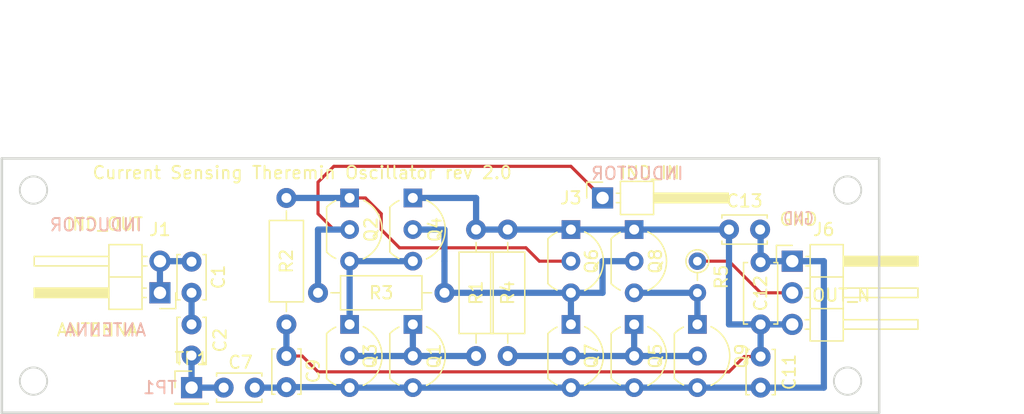
<source format=kicad_pcb>
(kicad_pcb (version 20171130) (host pcbnew "(5.1.7)-1")

  (general
    (thickness 1.6)
    (drawings 21)
    (tracks 77)
    (zones 0)
    (modules 25)
    (nets 14)
  )

  (page A4)
  (title_block
    (title "Current Sensing Theremin Oscillator")
    (date 2020-10-23)
    (rev v1.0)
    (comment 1 "For Digital Theremin Project")
    (comment 2 "(c) Vadim Lopatin 2020")
  )

  (layers
    (0 F.Cu signal)
    (31 B.Cu signal)
    (32 B.Adhes user)
    (33 F.Adhes user)
    (34 B.Paste user)
    (35 F.Paste user)
    (36 B.SilkS user)
    (37 F.SilkS user)
    (38 B.Mask user)
    (39 F.Mask user)
    (40 Dwgs.User user)
    (41 Cmts.User user)
    (42 Eco1.User user)
    (43 Eco2.User user)
    (44 Edge.Cuts user)
    (45 Margin user)
    (46 B.CrtYd user)
    (47 F.CrtYd user)
    (48 B.Fab user hide)
    (49 F.Fab user hide)
  )

  (setup
    (last_trace_width 0.25)
    (user_trace_width 0.5)
    (trace_clearance 0.2)
    (zone_clearance 0.508)
    (zone_45_only no)
    (trace_min 0.2)
    (via_size 0.8)
    (via_drill 0.4)
    (via_min_size 0.4)
    (via_min_drill 0.3)
    (uvia_size 0.3)
    (uvia_drill 0.1)
    (uvias_allowed no)
    (uvia_min_size 0.2)
    (uvia_min_drill 0.1)
    (edge_width 0.15)
    (segment_width 0.2)
    (pcb_text_width 0.3)
    (pcb_text_size 1.5 1.5)
    (mod_edge_width 0.15)
    (mod_text_size 1 1)
    (mod_text_width 0.15)
    (pad_size 1.524 1.524)
    (pad_drill 0.762)
    (pad_to_mask_clearance 0.051)
    (solder_mask_min_width 0.25)
    (aux_axis_origin 0 0)
    (visible_elements 7FFFFFFF)
    (pcbplotparams
      (layerselection 0x010fc_ffffffff)
      (usegerberextensions true)
      (usegerberattributes false)
      (usegerberadvancedattributes false)
      (creategerberjobfile false)
      (excludeedgelayer true)
      (linewidth 0.100000)
      (plotframeref false)
      (viasonmask false)
      (mode 1)
      (useauxorigin false)
      (hpglpennumber 1)
      (hpglpenspeed 20)
      (hpglpendiameter 15.000000)
      (psnegative false)
      (psa4output false)
      (plotreference true)
      (plotvalue true)
      (plotinvisibletext false)
      (padsonsilk false)
      (subtractmaskfromsilk false)
      (outputformat 1)
      (mirror false)
      (drillshape 0)
      (scaleselection 1)
      (outputdirectory "gerber/"))
  )

  (net 0 "")
  (net 1 GND)
  (net 2 "Net-(C1-Pad2)")
  (net 3 "Net-(C1-Pad1)")
  (net 4 VCC)
  (net 5 "Net-(J3-Pad1)")
  (net 6 /OUT)
  (net 7 "Net-(Q1-Pad1)")
  (net 8 "Net-(Q2-Pad1)")
  (net 9 "Net-(Q2-Pad3)")
  (net 10 "Net-(Q4-Pad2)")
  (net 11 "Net-(Q5-Pad1)")
  (net 12 "Net-(C2-Pad1)")
  (net 13 "Net-(Q8-Pad3)")

  (net_class Default "This is the default net class."
    (clearance 0.2)
    (trace_width 0.25)
    (via_dia 0.8)
    (via_drill 0.4)
    (uvia_dia 0.3)
    (uvia_drill 0.1)
    (add_net /OUT)
    (add_net GND)
    (add_net "Net-(C1-Pad1)")
    (add_net "Net-(C1-Pad2)")
    (add_net "Net-(C2-Pad1)")
    (add_net "Net-(J3-Pad1)")
    (add_net "Net-(Q1-Pad1)")
    (add_net "Net-(Q2-Pad1)")
    (add_net "Net-(Q2-Pad3)")
    (add_net "Net-(Q4-Pad2)")
    (add_net "Net-(Q5-Pad1)")
    (add_net "Net-(Q8-Pad3)")
    (add_net VCC)
  )

  (module Resistor_THT:R_Axial_DIN0204_L3.6mm_D1.6mm_P2.54mm_Vertical (layer F.Cu) (tedit 5AE5139B) (tstamp 5FE5D70E)
    (at 137.16 101.6 270)
    (descr "Resistor, Axial_DIN0204 series, Axial, Vertical, pin pitch=2.54mm, 0.167W, length*diameter=3.6*1.6mm^2, http://cdn-reichelt.de/documents/datenblatt/B400/1_4W%23YAG.pdf")
    (tags "Resistor Axial_DIN0204 series Axial Vertical pin pitch 2.54mm 0.167W length 3.6mm diameter 1.6mm")
    (path /5FEF7FE1)
    (fp_text reference R5 (at 1.27 -1.92 90) (layer F.SilkS)
      (effects (font (size 1 1) (thickness 0.15)))
    )
    (fp_text value 100 (at 1.27 1.92 90) (layer F.Fab)
      (effects (font (size 1 1) (thickness 0.15)))
    )
    (fp_text user %R (at 1.27 -1.92 90) (layer F.Fab)
      (effects (font (size 1 1) (thickness 0.15)))
    )
    (fp_circle (center 0 0) (end 0.8 0) (layer F.Fab) (width 0.1))
    (fp_circle (center 0 0) (end 0.92 0) (layer F.SilkS) (width 0.12))
    (fp_line (start 0 0) (end 2.54 0) (layer F.Fab) (width 0.1))
    (fp_line (start 0.92 0) (end 1.54 0) (layer F.SilkS) (width 0.12))
    (fp_line (start -1.05 -1.05) (end -1.05 1.05) (layer F.CrtYd) (width 0.05))
    (fp_line (start -1.05 1.05) (end 3.49 1.05) (layer F.CrtYd) (width 0.05))
    (fp_line (start 3.49 1.05) (end 3.49 -1.05) (layer F.CrtYd) (width 0.05))
    (fp_line (start 3.49 -1.05) (end -1.05 -1.05) (layer F.CrtYd) (width 0.05))
    (pad 2 thru_hole oval (at 2.54 0 270) (size 1.4 1.4) (drill 0.7) (layers *.Cu *.Mask)
      (net 13 "Net-(Q8-Pad3)"))
    (pad 1 thru_hole circle (at 0 0 270) (size 1.4 1.4) (drill 0.7) (layers *.Cu *.Mask)
      (net 6 /OUT))
    (model ${KISYS3DMOD}/Resistor_THT.3dshapes/R_Axial_DIN0204_L3.6mm_D1.6mm_P2.54mm_Vertical.wrl
      (at (xyz 0 0 0))
      (scale (xyz 1 1 1))
      (rotate (xyz 0 0 0))
    )
  )

  (module Package_TO_SOT_THT:TO-92_Inline_Wide (layer F.Cu) (tedit 5A02FF81) (tstamp 5FE5D647)
    (at 137.16 106.68 270)
    (descr "TO-92 leads in-line, wide, drill 0.75mm (see NXP sot054_po.pdf)")
    (tags "to-92 sc-43 sc-43a sot54 PA33 transistor")
    (path /5FEFD61F)
    (fp_text reference Q9 (at 2.54 -3.56 90) (layer F.SilkS)
      (effects (font (size 1 1) (thickness 0.15)))
    )
    (fp_text value BC549 (at 2.54 2.79 90) (layer F.Fab)
      (effects (font (size 1 1) (thickness 0.15)))
    )
    (fp_arc (start 2.54 0) (end 4.34 1.85) (angle -20) (layer F.SilkS) (width 0.12))
    (fp_arc (start 2.54 0) (end 2.54 -2.48) (angle -135) (layer F.Fab) (width 0.1))
    (fp_arc (start 2.54 0) (end 2.54 -2.48) (angle 135) (layer F.Fab) (width 0.1))
    (fp_arc (start 2.54 0) (end 2.54 -2.6) (angle 65) (layer F.SilkS) (width 0.12))
    (fp_arc (start 2.54 0) (end 2.54 -2.6) (angle -65) (layer F.SilkS) (width 0.12))
    (fp_arc (start 2.54 0) (end 0.74 1.85) (angle 20) (layer F.SilkS) (width 0.12))
    (fp_text user %R (at 2.54 0 90) (layer F.Fab)
      (effects (font (size 1 1) (thickness 0.15)))
    )
    (fp_line (start 0.74 1.85) (end 4.34 1.85) (layer F.SilkS) (width 0.12))
    (fp_line (start 0.8 1.75) (end 4.3 1.75) (layer F.Fab) (width 0.1))
    (fp_line (start -1.01 -2.73) (end 6.09 -2.73) (layer F.CrtYd) (width 0.05))
    (fp_line (start -1.01 -2.73) (end -1.01 2.01) (layer F.CrtYd) (width 0.05))
    (fp_line (start 6.09 2.01) (end 6.09 -2.73) (layer F.CrtYd) (width 0.05))
    (fp_line (start 6.09 2.01) (end -1.01 2.01) (layer F.CrtYd) (width 0.05))
    (pad 1 thru_hole rect (at 0 0 270) (size 1.5 1.5) (drill 0.8) (layers *.Cu *.Mask)
      (net 13 "Net-(Q8-Pad3)"))
    (pad 3 thru_hole circle (at 5.08 0 270) (size 1.5 1.5) (drill 0.8) (layers *.Cu *.Mask)
      (net 1 GND))
    (pad 2 thru_hole circle (at 2.54 0 270) (size 1.5 1.5) (drill 0.8) (layers *.Cu *.Mask)
      (net 11 "Net-(Q5-Pad1)"))
    (model ${KISYS3DMOD}/Package_TO_SOT_THT.3dshapes/TO-92_Inline_Wide.wrl
      (at (xyz 0 0 0))
      (scale (xyz 1 1 1))
      (rotate (xyz 0 0 0))
    )
  )

  (module Connector_PinHeader_2.54mm:PinHeader_1x01_P2.54mm_Vertical (layer F.Cu) (tedit 59FED5CC) (tstamp 5F92DB27)
    (at 96.52 111.76)
    (descr "Through hole straight pin header, 1x01, 2.54mm pitch, single row")
    (tags "Through hole pin header THT 1x01 2.54mm single row")
    (path /5F95FFE3)
    (fp_text reference TP1 (at 0 -2.33) (layer F.SilkS)
      (effects (font (size 1 1) (thickness 0.15)))
    )
    (fp_text value "Antenna Voltage Swing" (at 0 2.33) (layer F.Fab)
      (effects (font (size 1 1) (thickness 0.15)))
    )
    (fp_text user %R (at 0 0 90) (layer F.Fab)
      (effects (font (size 1 1) (thickness 0.15)))
    )
    (fp_line (start -0.635 -1.27) (end 1.27 -1.27) (layer F.Fab) (width 0.1))
    (fp_line (start 1.27 -1.27) (end 1.27 1.27) (layer F.Fab) (width 0.1))
    (fp_line (start 1.27 1.27) (end -1.27 1.27) (layer F.Fab) (width 0.1))
    (fp_line (start -1.27 1.27) (end -1.27 -0.635) (layer F.Fab) (width 0.1))
    (fp_line (start -1.27 -0.635) (end -0.635 -1.27) (layer F.Fab) (width 0.1))
    (fp_line (start -1.33 1.33) (end 1.33 1.33) (layer F.SilkS) (width 0.12))
    (fp_line (start -1.33 1.27) (end -1.33 1.33) (layer F.SilkS) (width 0.12))
    (fp_line (start 1.33 1.27) (end 1.33 1.33) (layer F.SilkS) (width 0.12))
    (fp_line (start -1.33 1.27) (end 1.33 1.27) (layer F.SilkS) (width 0.12))
    (fp_line (start -1.33 0) (end -1.33 -1.33) (layer F.SilkS) (width 0.12))
    (fp_line (start -1.33 -1.33) (end 0 -1.33) (layer F.SilkS) (width 0.12))
    (fp_line (start -1.8 -1.8) (end -1.8 1.8) (layer F.CrtYd) (width 0.05))
    (fp_line (start -1.8 1.8) (end 1.8 1.8) (layer F.CrtYd) (width 0.05))
    (fp_line (start 1.8 1.8) (end 1.8 -1.8) (layer F.CrtYd) (width 0.05))
    (fp_line (start 1.8 -1.8) (end -1.8 -1.8) (layer F.CrtYd) (width 0.05))
    (pad 1 thru_hole rect (at 0 0) (size 1.7 1.7) (drill 1) (layers *.Cu *.Mask)
      (net 12 "Net-(C2-Pad1)"))
    (model ${KISYS3DMOD}/Connector_PinHeader_2.54mm.3dshapes/PinHeader_1x01_P2.54mm_Vertical.wrl
      (at (xyz 0 0 0))
      (scale (xyz 1 1 1))
      (rotate (xyz 0 0 0))
    )
  )

  (module Capacitor_THT:C_Disc_D3.4mm_W2.1mm_P2.50mm (layer F.Cu) (tedit 5AE50EF0) (tstamp 5FE5C01F)
    (at 96.52 109.18 90)
    (descr "C, Disc series, Radial, pin pitch=2.50mm, , diameter*width=3.4*2.1mm^2, Capacitor, http://www.vishay.com/docs/45233/krseries.pdf")
    (tags "C Disc series Radial pin pitch 2.50mm  diameter 3.4mm width 2.1mm Capacitor")
    (path /5FEC8B4B)
    (fp_text reference C2 (at 1.23 2.286 90) (layer F.SilkS)
      (effects (font (size 1 1) (thickness 0.15)))
    )
    (fp_text value 1pF (at 1.25 2.3 90) (layer F.Fab)
      (effects (font (size 1 1) (thickness 0.15)))
    )
    (fp_text user %R (at 1.25 0 90) (layer F.Fab)
      (effects (font (size 0.68 0.68) (thickness 0.102)))
    )
    (fp_line (start -0.45 -1.05) (end -0.45 1.05) (layer F.Fab) (width 0.1))
    (fp_line (start -0.45 1.05) (end 2.95 1.05) (layer F.Fab) (width 0.1))
    (fp_line (start 2.95 1.05) (end 2.95 -1.05) (layer F.Fab) (width 0.1))
    (fp_line (start 2.95 -1.05) (end -0.45 -1.05) (layer F.Fab) (width 0.1))
    (fp_line (start -0.57 -1.17) (end 3.07 -1.17) (layer F.SilkS) (width 0.12))
    (fp_line (start -0.57 1.17) (end 3.07 1.17) (layer F.SilkS) (width 0.12))
    (fp_line (start -0.57 -1.17) (end -0.57 -0.925) (layer F.SilkS) (width 0.12))
    (fp_line (start -0.57 0.925) (end -0.57 1.17) (layer F.SilkS) (width 0.12))
    (fp_line (start 3.07 -1.17) (end 3.07 -0.925) (layer F.SilkS) (width 0.12))
    (fp_line (start 3.07 0.925) (end 3.07 1.17) (layer F.SilkS) (width 0.12))
    (fp_line (start -1.05 -1.3) (end -1.05 1.3) (layer F.CrtYd) (width 0.05))
    (fp_line (start -1.05 1.3) (end 3.55 1.3) (layer F.CrtYd) (width 0.05))
    (fp_line (start 3.55 1.3) (end 3.55 -1.3) (layer F.CrtYd) (width 0.05))
    (fp_line (start 3.55 -1.3) (end -1.05 -1.3) (layer F.CrtYd) (width 0.05))
    (pad 2 thru_hole circle (at 2.5 0 90) (size 1.6 1.6) (drill 0.8) (layers *.Cu *.Mask)
      (net 3 "Net-(C1-Pad1)"))
    (pad 1 thru_hole circle (at 0 0 90) (size 1.6 1.6) (drill 0.8) (layers *.Cu *.Mask)
      (net 12 "Net-(C2-Pad1)"))
    (model ${KISYS3DMOD}/Capacitor_THT.3dshapes/C_Disc_D3.4mm_W2.1mm_P2.50mm.wrl
      (at (xyz 0 0 0))
      (scale (xyz 1 1 1))
      (rotate (xyz 0 0 0))
    )
  )

  (module Capacitor_THT:C_Disc_D3.4mm_W2.1mm_P2.50mm (layer F.Cu) (tedit 5AE50EF0) (tstamp 5FDA608A)
    (at 139.7 99.06)
    (descr "C, Disc series, Radial, pin pitch=2.50mm, , diameter*width=3.4*2.1mm^2, Capacitor, http://www.vishay.com/docs/45233/krseries.pdf")
    (tags "C Disc series Radial pin pitch 2.50mm  diameter 3.4mm width 2.1mm Capacitor")
    (path /5FE57956)
    (fp_text reference C13 (at 1.25 -2.3) (layer F.SilkS)
      (effects (font (size 1 1) (thickness 0.15)))
    )
    (fp_text value 0.1uF (at 1.25 2.3) (layer F.Fab)
      (effects (font (size 1 1) (thickness 0.15)))
    )
    (fp_text user %R (at 1.25 0) (layer F.Fab)
      (effects (font (size 0.68 0.68) (thickness 0.102)))
    )
    (fp_line (start -0.45 -1.05) (end -0.45 1.05) (layer F.Fab) (width 0.1))
    (fp_line (start -0.45 1.05) (end 2.95 1.05) (layer F.Fab) (width 0.1))
    (fp_line (start 2.95 1.05) (end 2.95 -1.05) (layer F.Fab) (width 0.1))
    (fp_line (start 2.95 -1.05) (end -0.45 -1.05) (layer F.Fab) (width 0.1))
    (fp_line (start -0.57 -1.17) (end 3.07 -1.17) (layer F.SilkS) (width 0.12))
    (fp_line (start -0.57 1.17) (end 3.07 1.17) (layer F.SilkS) (width 0.12))
    (fp_line (start -0.57 -1.17) (end -0.57 -0.925) (layer F.SilkS) (width 0.12))
    (fp_line (start -0.57 0.925) (end -0.57 1.17) (layer F.SilkS) (width 0.12))
    (fp_line (start 3.07 -1.17) (end 3.07 -0.925) (layer F.SilkS) (width 0.12))
    (fp_line (start 3.07 0.925) (end 3.07 1.17) (layer F.SilkS) (width 0.12))
    (fp_line (start -1.05 -1.3) (end -1.05 1.3) (layer F.CrtYd) (width 0.05))
    (fp_line (start -1.05 1.3) (end 3.55 1.3) (layer F.CrtYd) (width 0.05))
    (fp_line (start 3.55 1.3) (end 3.55 -1.3) (layer F.CrtYd) (width 0.05))
    (fp_line (start 3.55 -1.3) (end -1.05 -1.3) (layer F.CrtYd) (width 0.05))
    (pad 2 thru_hole circle (at 2.5 0) (size 1.6 1.6) (drill 0.8) (layers *.Cu *.Mask)
      (net 1 GND))
    (pad 1 thru_hole circle (at 0 0) (size 1.6 1.6) (drill 0.8) (layers *.Cu *.Mask)
      (net 4 VCC))
    (model ${KISYS3DMOD}/Capacitor_THT.3dshapes/C_Disc_D3.4mm_W2.1mm_P2.50mm.wrl
      (at (xyz 0 0 0))
      (scale (xyz 1 1 1))
      (rotate (xyz 0 0 0))
    )
  )

  (module Package_TO_SOT_THT:TO-92_Inline_Wide (layer F.Cu) (tedit 5A02FF81) (tstamp 5FDA32DC)
    (at 132.08 99.06 270)
    (descr "TO-92 leads in-line, wide, drill 0.75mm (see NXP sot054_po.pdf)")
    (tags "to-92 sc-43 sc-43a sot54 PA33 transistor")
    (path /5FDC5495)
    (fp_text reference Q8 (at 2.54 -1.7145 90) (layer F.SilkS)
      (effects (font (size 1 1) (thickness 0.15)))
    )
    (fp_text value BC549 (at 2.54 2.79 90) (layer F.Fab)
      (effects (font (size 1 1) (thickness 0.15)))
    )
    (fp_arc (start 2.54 0) (end 4.34 1.85) (angle -20) (layer F.SilkS) (width 0.12))
    (fp_arc (start 2.54 0) (end 2.54 -2.48) (angle -135) (layer F.Fab) (width 0.1))
    (fp_arc (start 2.54 0) (end 2.54 -2.48) (angle 135) (layer F.Fab) (width 0.1))
    (fp_arc (start 2.54 0) (end 2.54 -2.6) (angle 65) (layer F.SilkS) (width 0.12))
    (fp_arc (start 2.54 0) (end 2.54 -2.6) (angle -65) (layer F.SilkS) (width 0.12))
    (fp_arc (start 2.54 0) (end 0.74 1.85) (angle 20) (layer F.SilkS) (width 0.12))
    (fp_text user %R (at 2.54 0 90) (layer F.Fab)
      (effects (font (size 1 1) (thickness 0.15)))
    )
    (fp_line (start 0.74 1.85) (end 4.34 1.85) (layer F.SilkS) (width 0.12))
    (fp_line (start 0.8 1.75) (end 4.3 1.75) (layer F.Fab) (width 0.1))
    (fp_line (start -1.01 -2.73) (end 6.09 -2.73) (layer F.CrtYd) (width 0.05))
    (fp_line (start -1.01 -2.73) (end -1.01 2.01) (layer F.CrtYd) (width 0.05))
    (fp_line (start 6.09 2.01) (end 6.09 -2.73) (layer F.CrtYd) (width 0.05))
    (fp_line (start 6.09 2.01) (end -1.01 2.01) (layer F.CrtYd) (width 0.05))
    (pad 1 thru_hole rect (at 0 0 270) (size 1.5 1.5) (drill 0.8) (layers *.Cu *.Mask)
      (net 4 VCC))
    (pad 3 thru_hole circle (at 5.08 0 270) (size 1.5 1.5) (drill 0.8) (layers *.Cu *.Mask)
      (net 13 "Net-(Q8-Pad3)"))
    (pad 2 thru_hole circle (at 2.54 0 270) (size 1.5 1.5) (drill 0.8) (layers *.Cu *.Mask)
      (net 10 "Net-(Q4-Pad2)"))
    (model ${KISYS3DMOD}/Package_TO_SOT_THT.3dshapes/TO-92_Inline_Wide.wrl
      (at (xyz 0 0 0))
      (scale (xyz 1 1 1))
      (rotate (xyz 0 0 0))
    )
  )

  (module Package_TO_SOT_THT:TO-92_Inline_Wide (layer F.Cu) (tedit 5A02FF81) (tstamp 5FDA32CA)
    (at 127 106.68 270)
    (descr "TO-92 leads in-line, wide, drill 0.75mm (see NXP sot054_po.pdf)")
    (tags "to-92 sc-43 sc-43a sot54 PA33 transistor")
    (path /5FDB795D)
    (fp_text reference Q7 (at 2.54 -1.651 90) (layer F.SilkS)
      (effects (font (size 1 1) (thickness 0.15)))
    )
    (fp_text value BC549 (at 2.54 2.79 90) (layer F.Fab)
      (effects (font (size 1 1) (thickness 0.15)))
    )
    (fp_arc (start 2.54 0) (end 4.34 1.85) (angle -20) (layer F.SilkS) (width 0.12))
    (fp_arc (start 2.54 0) (end 2.54 -2.48) (angle -135) (layer F.Fab) (width 0.1))
    (fp_arc (start 2.54 0) (end 2.54 -2.48) (angle 135) (layer F.Fab) (width 0.1))
    (fp_arc (start 2.54 0) (end 2.54 -2.6) (angle 65) (layer F.SilkS) (width 0.12))
    (fp_arc (start 2.54 0) (end 2.54 -2.6) (angle -65) (layer F.SilkS) (width 0.12))
    (fp_arc (start 2.54 0) (end 0.74 1.85) (angle 20) (layer F.SilkS) (width 0.12))
    (fp_text user %R (at 2.54 0 90) (layer F.Fab)
      (effects (font (size 1 1) (thickness 0.15)))
    )
    (fp_line (start 0.74 1.85) (end 4.34 1.85) (layer F.SilkS) (width 0.12))
    (fp_line (start 0.8 1.75) (end 4.3 1.75) (layer F.Fab) (width 0.1))
    (fp_line (start -1.01 -2.73) (end 6.09 -2.73) (layer F.CrtYd) (width 0.05))
    (fp_line (start -1.01 -2.73) (end -1.01 2.01) (layer F.CrtYd) (width 0.05))
    (fp_line (start 6.09 2.01) (end 6.09 -2.73) (layer F.CrtYd) (width 0.05))
    (fp_line (start 6.09 2.01) (end -1.01 2.01) (layer F.CrtYd) (width 0.05))
    (pad 1 thru_hole rect (at 0 0 270) (size 1.5 1.5) (drill 0.8) (layers *.Cu *.Mask)
      (net 10 "Net-(Q4-Pad2)"))
    (pad 3 thru_hole circle (at 5.08 0 270) (size 1.5 1.5) (drill 0.8) (layers *.Cu *.Mask)
      (net 1 GND))
    (pad 2 thru_hole circle (at 2.54 0 270) (size 1.5 1.5) (drill 0.8) (layers *.Cu *.Mask)
      (net 11 "Net-(Q5-Pad1)"))
    (model ${KISYS3DMOD}/Package_TO_SOT_THT.3dshapes/TO-92_Inline_Wide.wrl
      (at (xyz 0 0 0))
      (scale (xyz 1 1 1))
      (rotate (xyz 0 0 0))
    )
  )

  (module Package_TO_SOT_THT:TO-92_Inline_Wide (layer F.Cu) (tedit 5A02FF81) (tstamp 5FDA32B8)
    (at 127 99.06 270)
    (descr "TO-92 leads in-line, wide, drill 0.75mm (see NXP sot054_po.pdf)")
    (tags "to-92 sc-43 sc-43a sot54 PA33 transistor")
    (path /5FDC1BAA)
    (fp_text reference Q6 (at 2.54 -1.651 90) (layer F.SilkS)
      (effects (font (size 1 1) (thickness 0.15)))
    )
    (fp_text value BC549 (at 2.54 2.79 90) (layer F.Fab)
      (effects (font (size 1 1) (thickness 0.15)))
    )
    (fp_arc (start 2.54 0) (end 4.34 1.85) (angle -20) (layer F.SilkS) (width 0.12))
    (fp_arc (start 2.54 0) (end 2.54 -2.48) (angle -135) (layer F.Fab) (width 0.1))
    (fp_arc (start 2.54 0) (end 2.54 -2.48) (angle 135) (layer F.Fab) (width 0.1))
    (fp_arc (start 2.54 0) (end 2.54 -2.6) (angle 65) (layer F.SilkS) (width 0.12))
    (fp_arc (start 2.54 0) (end 2.54 -2.6) (angle -65) (layer F.SilkS) (width 0.12))
    (fp_arc (start 2.54 0) (end 0.74 1.85) (angle 20) (layer F.SilkS) (width 0.12))
    (fp_text user %R (at 2.54 0 90) (layer F.Fab)
      (effects (font (size 1 1) (thickness 0.15)))
    )
    (fp_line (start 0.74 1.85) (end 4.34 1.85) (layer F.SilkS) (width 0.12))
    (fp_line (start 0.8 1.75) (end 4.3 1.75) (layer F.Fab) (width 0.1))
    (fp_line (start -1.01 -2.73) (end 6.09 -2.73) (layer F.CrtYd) (width 0.05))
    (fp_line (start -1.01 -2.73) (end -1.01 2.01) (layer F.CrtYd) (width 0.05))
    (fp_line (start 6.09 2.01) (end 6.09 -2.73) (layer F.CrtYd) (width 0.05))
    (fp_line (start 6.09 2.01) (end -1.01 2.01) (layer F.CrtYd) (width 0.05))
    (pad 1 thru_hole rect (at 0 0 270) (size 1.5 1.5) (drill 0.8) (layers *.Cu *.Mask)
      (net 4 VCC))
    (pad 3 thru_hole circle (at 5.08 0 270) (size 1.5 1.5) (drill 0.8) (layers *.Cu *.Mask)
      (net 10 "Net-(Q4-Pad2)"))
    (pad 2 thru_hole circle (at 2.54 0 270) (size 1.5 1.5) (drill 0.8) (layers *.Cu *.Mask)
      (net 8 "Net-(Q2-Pad1)"))
    (model ${KISYS3DMOD}/Package_TO_SOT_THT.3dshapes/TO-92_Inline_Wide.wrl
      (at (xyz 0 0 0))
      (scale (xyz 1 1 1))
      (rotate (xyz 0 0 0))
    )
  )

  (module Package_TO_SOT_THT:TO-92_Inline_Wide (layer F.Cu) (tedit 5A02FF81) (tstamp 5FDA32A6)
    (at 132.08 106.68 270)
    (descr "TO-92 leads in-line, wide, drill 0.75mm (see NXP sot054_po.pdf)")
    (tags "to-92 sc-43 sc-43a sot54 PA33 transistor")
    (path /5FDB7B65)
    (fp_text reference Q5 (at 2.54 -1.7145 90) (layer F.SilkS)
      (effects (font (size 1 1) (thickness 0.15)))
    )
    (fp_text value BC549 (at 2.54 2.79 90) (layer F.Fab)
      (effects (font (size 1 1) (thickness 0.15)))
    )
    (fp_arc (start 2.54 0) (end 4.34 1.85) (angle -20) (layer F.SilkS) (width 0.12))
    (fp_arc (start 2.54 0) (end 2.54 -2.48) (angle -135) (layer F.Fab) (width 0.1))
    (fp_arc (start 2.54 0) (end 2.54 -2.48) (angle 135) (layer F.Fab) (width 0.1))
    (fp_arc (start 2.54 0) (end 2.54 -2.6) (angle 65) (layer F.SilkS) (width 0.12))
    (fp_arc (start 2.54 0) (end 2.54 -2.6) (angle -65) (layer F.SilkS) (width 0.12))
    (fp_arc (start 2.54 0) (end 0.74 1.85) (angle 20) (layer F.SilkS) (width 0.12))
    (fp_text user %R (at 2.54 0 90) (layer F.Fab)
      (effects (font (size 1 1) (thickness 0.15)))
    )
    (fp_line (start 0.74 1.85) (end 4.34 1.85) (layer F.SilkS) (width 0.12))
    (fp_line (start 0.8 1.75) (end 4.3 1.75) (layer F.Fab) (width 0.1))
    (fp_line (start -1.01 -2.73) (end 6.09 -2.73) (layer F.CrtYd) (width 0.05))
    (fp_line (start -1.01 -2.73) (end -1.01 2.01) (layer F.CrtYd) (width 0.05))
    (fp_line (start 6.09 2.01) (end 6.09 -2.73) (layer F.CrtYd) (width 0.05))
    (fp_line (start 6.09 2.01) (end -1.01 2.01) (layer F.CrtYd) (width 0.05))
    (pad 1 thru_hole rect (at 0 0 270) (size 1.5 1.5) (drill 0.8) (layers *.Cu *.Mask)
      (net 11 "Net-(Q5-Pad1)"))
    (pad 3 thru_hole circle (at 5.08 0 270) (size 1.5 1.5) (drill 0.8) (layers *.Cu *.Mask)
      (net 1 GND))
    (pad 2 thru_hole circle (at 2.54 0 270) (size 1.5 1.5) (drill 0.8) (layers *.Cu *.Mask)
      (net 11 "Net-(Q5-Pad1)"))
    (model ${KISYS3DMOD}/Package_TO_SOT_THT.3dshapes/TO-92_Inline_Wide.wrl
      (at (xyz 0 0 0))
      (scale (xyz 1 1 1))
      (rotate (xyz 0 0 0))
    )
  )

  (module Package_TO_SOT_THT:TO-92_Inline_Wide (layer F.Cu) (tedit 5A02FF81) (tstamp 5FDA3294)
    (at 114.3 96.52 270)
    (descr "TO-92 leads in-line, wide, drill 0.75mm (see NXP sot054_po.pdf)")
    (tags "to-92 sc-43 sc-43a sot54 PA33 transistor")
    (path /5FDA1AEA)
    (fp_text reference Q4 (at 2.54 -1.778 90) (layer F.SilkS)
      (effects (font (size 1 1) (thickness 0.15)))
    )
    (fp_text value BC549 (at 2.54 2.79 90) (layer F.Fab)
      (effects (font (size 1 1) (thickness 0.15)))
    )
    (fp_arc (start 2.54 0) (end 4.34 1.85) (angle -20) (layer F.SilkS) (width 0.12))
    (fp_arc (start 2.54 0) (end 2.54 -2.48) (angle -135) (layer F.Fab) (width 0.1))
    (fp_arc (start 2.54 0) (end 2.54 -2.48) (angle 135) (layer F.Fab) (width 0.1))
    (fp_arc (start 2.54 0) (end 2.54 -2.6) (angle 65) (layer F.SilkS) (width 0.12))
    (fp_arc (start 2.54 0) (end 2.54 -2.6) (angle -65) (layer F.SilkS) (width 0.12))
    (fp_arc (start 2.54 0) (end 0.74 1.85) (angle 20) (layer F.SilkS) (width 0.12))
    (fp_text user %R (at 2.54 0 90) (layer F.Fab)
      (effects (font (size 1 1) (thickness 0.15)))
    )
    (fp_line (start 0.74 1.85) (end 4.34 1.85) (layer F.SilkS) (width 0.12))
    (fp_line (start 0.8 1.75) (end 4.3 1.75) (layer F.Fab) (width 0.1))
    (fp_line (start -1.01 -2.73) (end 6.09 -2.73) (layer F.CrtYd) (width 0.05))
    (fp_line (start -1.01 -2.73) (end -1.01 2.01) (layer F.CrtYd) (width 0.05))
    (fp_line (start 6.09 2.01) (end 6.09 -2.73) (layer F.CrtYd) (width 0.05))
    (fp_line (start 6.09 2.01) (end -1.01 2.01) (layer F.CrtYd) (width 0.05))
    (pad 1 thru_hole rect (at 0 0 270) (size 1.5 1.5) (drill 0.8) (layers *.Cu *.Mask)
      (net 4 VCC))
    (pad 3 thru_hole circle (at 5.08 0 270) (size 1.5 1.5) (drill 0.8) (layers *.Cu *.Mask)
      (net 9 "Net-(Q2-Pad3)"))
    (pad 2 thru_hole circle (at 2.54 0 270) (size 1.5 1.5) (drill 0.8) (layers *.Cu *.Mask)
      (net 10 "Net-(Q4-Pad2)"))
    (model ${KISYS3DMOD}/Package_TO_SOT_THT.3dshapes/TO-92_Inline_Wide.wrl
      (at (xyz 0 0 0))
      (scale (xyz 1 1 1))
      (rotate (xyz 0 0 0))
    )
  )

  (module Package_TO_SOT_THT:TO-92_Inline_Wide (layer F.Cu) (tedit 5A02FF81) (tstamp 5FDA3282)
    (at 109.22 106.68 270)
    (descr "TO-92 leads in-line, wide, drill 0.75mm (see NXP sot054_po.pdf)")
    (tags "to-92 sc-43 sc-43a sot54 PA33 transistor")
    (path /5FDA29CC)
    (fp_text reference Q3 (at 2.54 -1.651 90) (layer F.SilkS)
      (effects (font (size 1 1) (thickness 0.15)))
    )
    (fp_text value BC549 (at 2.54 2.79 90) (layer F.Fab)
      (effects (font (size 1 1) (thickness 0.15)))
    )
    (fp_arc (start 2.54 0) (end 4.34 1.85) (angle -20) (layer F.SilkS) (width 0.12))
    (fp_arc (start 2.54 0) (end 2.54 -2.48) (angle -135) (layer F.Fab) (width 0.1))
    (fp_arc (start 2.54 0) (end 2.54 -2.48) (angle 135) (layer F.Fab) (width 0.1))
    (fp_arc (start 2.54 0) (end 2.54 -2.6) (angle 65) (layer F.SilkS) (width 0.12))
    (fp_arc (start 2.54 0) (end 2.54 -2.6) (angle -65) (layer F.SilkS) (width 0.12))
    (fp_arc (start 2.54 0) (end 0.74 1.85) (angle 20) (layer F.SilkS) (width 0.12))
    (fp_text user %R (at 2.54 0 90) (layer F.Fab)
      (effects (font (size 1 1) (thickness 0.15)))
    )
    (fp_line (start 0.74 1.85) (end 4.34 1.85) (layer F.SilkS) (width 0.12))
    (fp_line (start 0.8 1.75) (end 4.3 1.75) (layer F.Fab) (width 0.1))
    (fp_line (start -1.01 -2.73) (end 6.09 -2.73) (layer F.CrtYd) (width 0.05))
    (fp_line (start -1.01 -2.73) (end -1.01 2.01) (layer F.CrtYd) (width 0.05))
    (fp_line (start 6.09 2.01) (end 6.09 -2.73) (layer F.CrtYd) (width 0.05))
    (fp_line (start 6.09 2.01) (end -1.01 2.01) (layer F.CrtYd) (width 0.05))
    (pad 1 thru_hole rect (at 0 0 270) (size 1.5 1.5) (drill 0.8) (layers *.Cu *.Mask)
      (net 9 "Net-(Q2-Pad3)"))
    (pad 3 thru_hole circle (at 5.08 0 270) (size 1.5 1.5) (drill 0.8) (layers *.Cu *.Mask)
      (net 1 GND))
    (pad 2 thru_hole circle (at 2.54 0 270) (size 1.5 1.5) (drill 0.8) (layers *.Cu *.Mask)
      (net 7 "Net-(Q1-Pad1)"))
    (model ${KISYS3DMOD}/Package_TO_SOT_THT.3dshapes/TO-92_Inline_Wide.wrl
      (at (xyz 0 0 0))
      (scale (xyz 1 1 1))
      (rotate (xyz 0 0 0))
    )
  )

  (module Package_TO_SOT_THT:TO-92_Inline_Wide (layer F.Cu) (tedit 5A02FF81) (tstamp 5FDA3270)
    (at 109.22 96.52 270)
    (descr "TO-92 leads in-line, wide, drill 0.75mm (see NXP sot054_po.pdf)")
    (tags "to-92 sc-43 sc-43a sot54 PA33 transistor")
    (path /5FDA1422)
    (fp_text reference Q2 (at 2.54 -1.7145 90) (layer F.SilkS)
      (effects (font (size 1 1) (thickness 0.15)))
    )
    (fp_text value BC549 (at 2.54 2.79 90) (layer F.Fab)
      (effects (font (size 1 1) (thickness 0.15)))
    )
    (fp_arc (start 2.54 0) (end 4.34 1.85) (angle -20) (layer F.SilkS) (width 0.12))
    (fp_arc (start 2.54 0) (end 2.54 -2.48) (angle -135) (layer F.Fab) (width 0.1))
    (fp_arc (start 2.54 0) (end 2.54 -2.48) (angle 135) (layer F.Fab) (width 0.1))
    (fp_arc (start 2.54 0) (end 2.54 -2.6) (angle 65) (layer F.SilkS) (width 0.12))
    (fp_arc (start 2.54 0) (end 2.54 -2.6) (angle -65) (layer F.SilkS) (width 0.12))
    (fp_arc (start 2.54 0) (end 0.74 1.85) (angle 20) (layer F.SilkS) (width 0.12))
    (fp_text user %R (at 2.54 0 90) (layer F.Fab)
      (effects (font (size 1 1) (thickness 0.15)))
    )
    (fp_line (start 0.74 1.85) (end 4.34 1.85) (layer F.SilkS) (width 0.12))
    (fp_line (start 0.8 1.75) (end 4.3 1.75) (layer F.Fab) (width 0.1))
    (fp_line (start -1.01 -2.73) (end 6.09 -2.73) (layer F.CrtYd) (width 0.05))
    (fp_line (start -1.01 -2.73) (end -1.01 2.01) (layer F.CrtYd) (width 0.05))
    (fp_line (start 6.09 2.01) (end 6.09 -2.73) (layer F.CrtYd) (width 0.05))
    (fp_line (start 6.09 2.01) (end -1.01 2.01) (layer F.CrtYd) (width 0.05))
    (pad 1 thru_hole rect (at 0 0 270) (size 1.5 1.5) (drill 0.8) (layers *.Cu *.Mask)
      (net 8 "Net-(Q2-Pad1)"))
    (pad 3 thru_hole circle (at 5.08 0 270) (size 1.5 1.5) (drill 0.8) (layers *.Cu *.Mask)
      (net 9 "Net-(Q2-Pad3)"))
    (pad 2 thru_hole circle (at 2.54 0 270) (size 1.5 1.5) (drill 0.8) (layers *.Cu *.Mask)
      (net 5 "Net-(J3-Pad1)"))
    (model ${KISYS3DMOD}/Package_TO_SOT_THT.3dshapes/TO-92_Inline_Wide.wrl
      (at (xyz 0 0 0))
      (scale (xyz 1 1 1))
      (rotate (xyz 0 0 0))
    )
  )

  (module Package_TO_SOT_THT:TO-92_Inline_Wide (layer F.Cu) (tedit 5A02FF81) (tstamp 5FDA325E)
    (at 114.3 106.68 270)
    (descr "TO-92 leads in-line, wide, drill 0.75mm (see NXP sot054_po.pdf)")
    (tags "to-92 sc-43 sc-43a sot54 PA33 transistor")
    (path /5FDA34C1)
    (fp_text reference Q1 (at 2.54 -1.7145 90) (layer F.SilkS)
      (effects (font (size 1 1) (thickness 0.15)))
    )
    (fp_text value BC549 (at 2.54 2.79 90) (layer F.Fab)
      (effects (font (size 1 1) (thickness 0.15)))
    )
    (fp_arc (start 2.54 0) (end 4.34 1.85) (angle -20) (layer F.SilkS) (width 0.12))
    (fp_arc (start 2.54 0) (end 2.54 -2.48) (angle -135) (layer F.Fab) (width 0.1))
    (fp_arc (start 2.54 0) (end 2.54 -2.48) (angle 135) (layer F.Fab) (width 0.1))
    (fp_arc (start 2.54 0) (end 2.54 -2.6) (angle 65) (layer F.SilkS) (width 0.12))
    (fp_arc (start 2.54 0) (end 2.54 -2.6) (angle -65) (layer F.SilkS) (width 0.12))
    (fp_arc (start 2.54 0) (end 0.74 1.85) (angle 20) (layer F.SilkS) (width 0.12))
    (fp_text user %R (at 2.54 0 90) (layer F.Fab)
      (effects (font (size 1 1) (thickness 0.15)))
    )
    (fp_line (start 0.74 1.85) (end 4.34 1.85) (layer F.SilkS) (width 0.12))
    (fp_line (start 0.8 1.75) (end 4.3 1.75) (layer F.Fab) (width 0.1))
    (fp_line (start -1.01 -2.73) (end 6.09 -2.73) (layer F.CrtYd) (width 0.05))
    (fp_line (start -1.01 -2.73) (end -1.01 2.01) (layer F.CrtYd) (width 0.05))
    (fp_line (start 6.09 2.01) (end 6.09 -2.73) (layer F.CrtYd) (width 0.05))
    (fp_line (start 6.09 2.01) (end -1.01 2.01) (layer F.CrtYd) (width 0.05))
    (pad 1 thru_hole rect (at 0 0 270) (size 1.5 1.5) (drill 0.8) (layers *.Cu *.Mask)
      (net 7 "Net-(Q1-Pad1)"))
    (pad 3 thru_hole circle (at 5.08 0 270) (size 1.5 1.5) (drill 0.8) (layers *.Cu *.Mask)
      (net 1 GND))
    (pad 2 thru_hole circle (at 2.54 0 270) (size 1.5 1.5) (drill 0.8) (layers *.Cu *.Mask)
      (net 7 "Net-(Q1-Pad1)"))
    (model ${KISYS3DMOD}/Package_TO_SOT_THT.3dshapes/TO-92_Inline_Wide.wrl
      (at (xyz 0 0 0))
      (scale (xyz 1 1 1))
      (rotate (xyz 0 0 0))
    )
  )

  (module Connector_PinHeader_2.54mm:PinHeader_1x03_P2.54mm_Horizontal (layer F.Cu) (tedit 59FED5CB) (tstamp 5FDA3FE7)
    (at 144.78 101.6)
    (descr "Through hole angled pin header, 1x03, 2.54mm pitch, 6mm pin length, single row")
    (tags "Through hole angled pin header THT 1x03 2.54mm single row")
    (path /5E5208E1)
    (fp_text reference J6 (at 2.54 -2.54) (layer F.SilkS)
      (effects (font (size 1 1) (thickness 0.15)))
    )
    (fp_text value OSC (at 4.385 7.35) (layer F.Fab)
      (effects (font (size 1 1) (thickness 0.15)))
    )
    (fp_text user %R (at 2.77 2.54 90) (layer F.Fab)
      (effects (font (size 1 1) (thickness 0.15)))
    )
    (fp_line (start 2.135 -1.27) (end 4.04 -1.27) (layer F.Fab) (width 0.1))
    (fp_line (start 4.04 -1.27) (end 4.04 6.35) (layer F.Fab) (width 0.1))
    (fp_line (start 4.04 6.35) (end 1.5 6.35) (layer F.Fab) (width 0.1))
    (fp_line (start 1.5 6.35) (end 1.5 -0.635) (layer F.Fab) (width 0.1))
    (fp_line (start 1.5 -0.635) (end 2.135 -1.27) (layer F.Fab) (width 0.1))
    (fp_line (start -0.32 -0.32) (end 1.5 -0.32) (layer F.Fab) (width 0.1))
    (fp_line (start -0.32 -0.32) (end -0.32 0.32) (layer F.Fab) (width 0.1))
    (fp_line (start -0.32 0.32) (end 1.5 0.32) (layer F.Fab) (width 0.1))
    (fp_line (start 4.04 -0.32) (end 10.04 -0.32) (layer F.Fab) (width 0.1))
    (fp_line (start 10.04 -0.32) (end 10.04 0.32) (layer F.Fab) (width 0.1))
    (fp_line (start 4.04 0.32) (end 10.04 0.32) (layer F.Fab) (width 0.1))
    (fp_line (start -0.32 2.22) (end 1.5 2.22) (layer F.Fab) (width 0.1))
    (fp_line (start -0.32 2.22) (end -0.32 2.86) (layer F.Fab) (width 0.1))
    (fp_line (start -0.32 2.86) (end 1.5 2.86) (layer F.Fab) (width 0.1))
    (fp_line (start 4.04 2.22) (end 10.04 2.22) (layer F.Fab) (width 0.1))
    (fp_line (start 10.04 2.22) (end 10.04 2.86) (layer F.Fab) (width 0.1))
    (fp_line (start 4.04 2.86) (end 10.04 2.86) (layer F.Fab) (width 0.1))
    (fp_line (start -0.32 4.76) (end 1.5 4.76) (layer F.Fab) (width 0.1))
    (fp_line (start -0.32 4.76) (end -0.32 5.4) (layer F.Fab) (width 0.1))
    (fp_line (start -0.32 5.4) (end 1.5 5.4) (layer F.Fab) (width 0.1))
    (fp_line (start 4.04 4.76) (end 10.04 4.76) (layer F.Fab) (width 0.1))
    (fp_line (start 10.04 4.76) (end 10.04 5.4) (layer F.Fab) (width 0.1))
    (fp_line (start 4.04 5.4) (end 10.04 5.4) (layer F.Fab) (width 0.1))
    (fp_line (start 1.44 -1.33) (end 1.44 6.41) (layer F.SilkS) (width 0.12))
    (fp_line (start 1.44 6.41) (end 4.1 6.41) (layer F.SilkS) (width 0.12))
    (fp_line (start 4.1 6.41) (end 4.1 -1.33) (layer F.SilkS) (width 0.12))
    (fp_line (start 4.1 -1.33) (end 1.44 -1.33) (layer F.SilkS) (width 0.12))
    (fp_line (start 4.1 -0.38) (end 10.1 -0.38) (layer F.SilkS) (width 0.12))
    (fp_line (start 10.1 -0.38) (end 10.1 0.38) (layer F.SilkS) (width 0.12))
    (fp_line (start 10.1 0.38) (end 4.1 0.38) (layer F.SilkS) (width 0.12))
    (fp_line (start 4.1 -0.32) (end 10.1 -0.32) (layer F.SilkS) (width 0.12))
    (fp_line (start 4.1 -0.2) (end 10.1 -0.2) (layer F.SilkS) (width 0.12))
    (fp_line (start 4.1 -0.08) (end 10.1 -0.08) (layer F.SilkS) (width 0.12))
    (fp_line (start 4.1 0.04) (end 10.1 0.04) (layer F.SilkS) (width 0.12))
    (fp_line (start 4.1 0.16) (end 10.1 0.16) (layer F.SilkS) (width 0.12))
    (fp_line (start 4.1 0.28) (end 10.1 0.28) (layer F.SilkS) (width 0.12))
    (fp_line (start 1.11 -0.38) (end 1.44 -0.38) (layer F.SilkS) (width 0.12))
    (fp_line (start 1.11 0.38) (end 1.44 0.38) (layer F.SilkS) (width 0.12))
    (fp_line (start 1.44 1.27) (end 4.1 1.27) (layer F.SilkS) (width 0.12))
    (fp_line (start 4.1 2.16) (end 10.1 2.16) (layer F.SilkS) (width 0.12))
    (fp_line (start 10.1 2.16) (end 10.1 2.92) (layer F.SilkS) (width 0.12))
    (fp_line (start 10.1 2.92) (end 4.1 2.92) (layer F.SilkS) (width 0.12))
    (fp_line (start 1.042929 2.16) (end 1.44 2.16) (layer F.SilkS) (width 0.12))
    (fp_line (start 1.042929 2.92) (end 1.44 2.92) (layer F.SilkS) (width 0.12))
    (fp_line (start 1.44 3.81) (end 4.1 3.81) (layer F.SilkS) (width 0.12))
    (fp_line (start 4.1 4.7) (end 10.1 4.7) (layer F.SilkS) (width 0.12))
    (fp_line (start 10.1 4.7) (end 10.1 5.46) (layer F.SilkS) (width 0.12))
    (fp_line (start 10.1 5.46) (end 4.1 5.46) (layer F.SilkS) (width 0.12))
    (fp_line (start 1.042929 4.7) (end 1.44 4.7) (layer F.SilkS) (width 0.12))
    (fp_line (start 1.042929 5.46) (end 1.44 5.46) (layer F.SilkS) (width 0.12))
    (fp_line (start -1.27 0) (end -1.27 -1.27) (layer F.SilkS) (width 0.12))
    (fp_line (start -1.27 -1.27) (end 0 -1.27) (layer F.SilkS) (width 0.12))
    (fp_line (start -1.8 -1.8) (end -1.8 6.85) (layer F.CrtYd) (width 0.05))
    (fp_line (start -1.8 6.85) (end 10.55 6.85) (layer F.CrtYd) (width 0.05))
    (fp_line (start 10.55 6.85) (end 10.55 -1.8) (layer F.CrtYd) (width 0.05))
    (fp_line (start 10.55 -1.8) (end -1.8 -1.8) (layer F.CrtYd) (width 0.05))
    (pad 3 thru_hole oval (at 0 5.08) (size 1.7 1.7) (drill 1) (layers *.Cu *.Mask)
      (net 4 VCC))
    (pad 2 thru_hole oval (at 0 2.54) (size 1.7 1.7) (drill 1) (layers *.Cu *.Mask)
      (net 6 /OUT))
    (pad 1 thru_hole rect (at 0 0) (size 1.7 1.7) (drill 1) (layers *.Cu *.Mask)
      (net 1 GND))
    (model ${KISYS3DMOD}/Connector_PinHeader_2.54mm.3dshapes/PinHeader_1x03_P2.54mm_Horizontal.wrl
      (at (xyz 0 0 0))
      (scale (xyz 1 1 1))
      (rotate (xyz 0 0 0))
    )
  )

  (module Resistor_THT:R_Axial_DIN0207_L6.3mm_D2.5mm_P10.16mm_Horizontal (layer F.Cu) (tedit 5AE5139B) (tstamp 5FDA3338)
    (at 121.92 99.06 270)
    (descr "Resistor, Axial_DIN0207 series, Axial, Horizontal, pin pitch=10.16mm, 0.25W = 1/4W, length*diameter=6.3*2.5mm^2, http://cdn-reichelt.de/documents/datenblatt/B400/1_4W%23YAG.pdf")
    (tags "Resistor Axial_DIN0207 series Axial Horizontal pin pitch 10.16mm 0.25W = 1/4W length 6.3mm diameter 2.5mm")
    (path /5FDB7B8C)
    (fp_text reference R4 (at 5.08 0 90) (layer F.SilkS)
      (effects (font (size 1 1) (thickness 0.15)))
    )
    (fp_text value 680 (at 5.08 2.37 90) (layer F.Fab)
      (effects (font (size 1 1) (thickness 0.15)))
    )
    (fp_text user %R (at 5.08 0 90) (layer F.Fab)
      (effects (font (size 1 1) (thickness 0.15)))
    )
    (fp_line (start 1.93 -1.25) (end 1.93 1.25) (layer F.Fab) (width 0.1))
    (fp_line (start 1.93 1.25) (end 8.23 1.25) (layer F.Fab) (width 0.1))
    (fp_line (start 8.23 1.25) (end 8.23 -1.25) (layer F.Fab) (width 0.1))
    (fp_line (start 8.23 -1.25) (end 1.93 -1.25) (layer F.Fab) (width 0.1))
    (fp_line (start 0 0) (end 1.93 0) (layer F.Fab) (width 0.1))
    (fp_line (start 10.16 0) (end 8.23 0) (layer F.Fab) (width 0.1))
    (fp_line (start 1.81 -1.37) (end 1.81 1.37) (layer F.SilkS) (width 0.12))
    (fp_line (start 1.81 1.37) (end 8.35 1.37) (layer F.SilkS) (width 0.12))
    (fp_line (start 8.35 1.37) (end 8.35 -1.37) (layer F.SilkS) (width 0.12))
    (fp_line (start 8.35 -1.37) (end 1.81 -1.37) (layer F.SilkS) (width 0.12))
    (fp_line (start 1.04 0) (end 1.81 0) (layer F.SilkS) (width 0.12))
    (fp_line (start 9.12 0) (end 8.35 0) (layer F.SilkS) (width 0.12))
    (fp_line (start -1.05 -1.5) (end -1.05 1.5) (layer F.CrtYd) (width 0.05))
    (fp_line (start -1.05 1.5) (end 11.21 1.5) (layer F.CrtYd) (width 0.05))
    (fp_line (start 11.21 1.5) (end 11.21 -1.5) (layer F.CrtYd) (width 0.05))
    (fp_line (start 11.21 -1.5) (end -1.05 -1.5) (layer F.CrtYd) (width 0.05))
    (pad 2 thru_hole oval (at 10.16 0 270) (size 1.6 1.6) (drill 0.8) (layers *.Cu *.Mask)
      (net 11 "Net-(Q5-Pad1)"))
    (pad 1 thru_hole circle (at 0 0 270) (size 1.6 1.6) (drill 0.8) (layers *.Cu *.Mask)
      (net 4 VCC))
    (model ${KISYS3DMOD}/Resistor_THT.3dshapes/R_Axial_DIN0207_L6.3mm_D2.5mm_P10.16mm_Horizontal.wrl
      (at (xyz 0 0 0))
      (scale (xyz 1 1 1))
      (rotate (xyz 0 0 0))
    )
  )

  (module Resistor_THT:R_Axial_DIN0207_L6.3mm_D2.5mm_P10.16mm_Horizontal (layer F.Cu) (tedit 5AE5139B) (tstamp 5FDA3321)
    (at 116.84 104.14 180)
    (descr "Resistor, Axial_DIN0207 series, Axial, Horizontal, pin pitch=10.16mm, 0.25W = 1/4W, length*diameter=6.3*2.5mm^2, http://cdn-reichelt.de/documents/datenblatt/B400/1_4W%23YAG.pdf")
    (tags "Resistor Axial_DIN0207 series Axial Horizontal pin pitch 10.16mm 0.25W = 1/4W length 6.3mm diameter 2.5mm")
    (path /5FDCC472)
    (fp_text reference R3 (at 5.08 0) (layer F.SilkS)
      (effects (font (size 1 1) (thickness 0.15)))
    )
    (fp_text value 47 (at 5.08 2.37) (layer F.Fab)
      (effects (font (size 1 1) (thickness 0.15)))
    )
    (fp_text user %R (at 5.08 0) (layer F.Fab)
      (effects (font (size 1 1) (thickness 0.15)))
    )
    (fp_line (start 1.93 -1.25) (end 1.93 1.25) (layer F.Fab) (width 0.1))
    (fp_line (start 1.93 1.25) (end 8.23 1.25) (layer F.Fab) (width 0.1))
    (fp_line (start 8.23 1.25) (end 8.23 -1.25) (layer F.Fab) (width 0.1))
    (fp_line (start 8.23 -1.25) (end 1.93 -1.25) (layer F.Fab) (width 0.1))
    (fp_line (start 0 0) (end 1.93 0) (layer F.Fab) (width 0.1))
    (fp_line (start 10.16 0) (end 8.23 0) (layer F.Fab) (width 0.1))
    (fp_line (start 1.81 -1.37) (end 1.81 1.37) (layer F.SilkS) (width 0.12))
    (fp_line (start 1.81 1.37) (end 8.35 1.37) (layer F.SilkS) (width 0.12))
    (fp_line (start 8.35 1.37) (end 8.35 -1.37) (layer F.SilkS) (width 0.12))
    (fp_line (start 8.35 -1.37) (end 1.81 -1.37) (layer F.SilkS) (width 0.12))
    (fp_line (start 1.04 0) (end 1.81 0) (layer F.SilkS) (width 0.12))
    (fp_line (start 9.12 0) (end 8.35 0) (layer F.SilkS) (width 0.12))
    (fp_line (start -1.05 -1.5) (end -1.05 1.5) (layer F.CrtYd) (width 0.05))
    (fp_line (start -1.05 1.5) (end 11.21 1.5) (layer F.CrtYd) (width 0.05))
    (fp_line (start 11.21 1.5) (end 11.21 -1.5) (layer F.CrtYd) (width 0.05))
    (fp_line (start 11.21 -1.5) (end -1.05 -1.5) (layer F.CrtYd) (width 0.05))
    (pad 2 thru_hole oval (at 10.16 0 180) (size 1.6 1.6) (drill 0.8) (layers *.Cu *.Mask)
      (net 5 "Net-(J3-Pad1)"))
    (pad 1 thru_hole circle (at 0 0 180) (size 1.6 1.6) (drill 0.8) (layers *.Cu *.Mask)
      (net 10 "Net-(Q4-Pad2)"))
    (model ${KISYS3DMOD}/Resistor_THT.3dshapes/R_Axial_DIN0207_L6.3mm_D2.5mm_P10.16mm_Horizontal.wrl
      (at (xyz 0 0 0))
      (scale (xyz 1 1 1))
      (rotate (xyz 0 0 0))
    )
  )

  (module Resistor_THT:R_Axial_DIN0207_L6.3mm_D2.5mm_P10.16mm_Horizontal (layer F.Cu) (tedit 5AE5139B) (tstamp 5FDA330A)
    (at 104.14 106.68 90)
    (descr "Resistor, Axial_DIN0207 series, Axial, Horizontal, pin pitch=10.16mm, 0.25W = 1/4W, length*diameter=6.3*2.5mm^2, http://cdn-reichelt.de/documents/datenblatt/B400/1_4W%23YAG.pdf")
    (tags "Resistor Axial_DIN0207 series Axial Horizontal pin pitch 10.16mm 0.25W = 1/4W length 6.3mm diameter 2.5mm")
    (path /5FDB4B72)
    (fp_text reference R2 (at 5.08 0 90) (layer F.SilkS)
      (effects (font (size 1 1) (thickness 0.15)))
    )
    (fp_text value 4.7K (at 5.08 2.37 90) (layer F.Fab)
      (effects (font (size 1 1) (thickness 0.15)))
    )
    (fp_text user %R (at 5.08 0 90) (layer F.Fab)
      (effects (font (size 1 1) (thickness 0.15)))
    )
    (fp_line (start 1.93 -1.25) (end 1.93 1.25) (layer F.Fab) (width 0.1))
    (fp_line (start 1.93 1.25) (end 8.23 1.25) (layer F.Fab) (width 0.1))
    (fp_line (start 8.23 1.25) (end 8.23 -1.25) (layer F.Fab) (width 0.1))
    (fp_line (start 8.23 -1.25) (end 1.93 -1.25) (layer F.Fab) (width 0.1))
    (fp_line (start 0 0) (end 1.93 0) (layer F.Fab) (width 0.1))
    (fp_line (start 10.16 0) (end 8.23 0) (layer F.Fab) (width 0.1))
    (fp_line (start 1.81 -1.37) (end 1.81 1.37) (layer F.SilkS) (width 0.12))
    (fp_line (start 1.81 1.37) (end 8.35 1.37) (layer F.SilkS) (width 0.12))
    (fp_line (start 8.35 1.37) (end 8.35 -1.37) (layer F.SilkS) (width 0.12))
    (fp_line (start 8.35 -1.37) (end 1.81 -1.37) (layer F.SilkS) (width 0.12))
    (fp_line (start 1.04 0) (end 1.81 0) (layer F.SilkS) (width 0.12))
    (fp_line (start 9.12 0) (end 8.35 0) (layer F.SilkS) (width 0.12))
    (fp_line (start -1.05 -1.5) (end -1.05 1.5) (layer F.CrtYd) (width 0.05))
    (fp_line (start -1.05 1.5) (end 11.21 1.5) (layer F.CrtYd) (width 0.05))
    (fp_line (start 11.21 1.5) (end 11.21 -1.5) (layer F.CrtYd) (width 0.05))
    (fp_line (start 11.21 -1.5) (end -1.05 -1.5) (layer F.CrtYd) (width 0.05))
    (pad 2 thru_hole oval (at 10.16 0 90) (size 1.6 1.6) (drill 0.8) (layers *.Cu *.Mask)
      (net 8 "Net-(Q2-Pad1)"))
    (pad 1 thru_hole circle (at 0 0 90) (size 1.6 1.6) (drill 0.8) (layers *.Cu *.Mask)
      (net 4 VCC))
    (model ${KISYS3DMOD}/Resistor_THT.3dshapes/R_Axial_DIN0207_L6.3mm_D2.5mm_P10.16mm_Horizontal.wrl
      (at (xyz 0 0 0))
      (scale (xyz 1 1 1))
      (rotate (xyz 0 0 0))
    )
  )

  (module Resistor_THT:R_Axial_DIN0207_L6.3mm_D2.5mm_P10.16mm_Horizontal (layer F.Cu) (tedit 5AE5139B) (tstamp 5FDA32F3)
    (at 119.38 99.06 270)
    (descr "Resistor, Axial_DIN0207 series, Axial, Horizontal, pin pitch=10.16mm, 0.25W = 1/4W, length*diameter=6.3*2.5mm^2, http://cdn-reichelt.de/documents/datenblatt/B400/1_4W%23YAG.pdf")
    (tags "Resistor Axial_DIN0207 series Axial Horizontal pin pitch 10.16mm 0.25W = 1/4W length 6.3mm diameter 2.5mm")
    (path /5FDA9758)
    (fp_text reference R1 (at 5.08 0 90) (layer F.SilkS)
      (effects (font (size 1 1) (thickness 0.15)))
    )
    (fp_text value 4.7K (at 5.08 2.37 90) (layer F.Fab)
      (effects (font (size 1 1) (thickness 0.15)))
    )
    (fp_text user %R (at 5.08 0 90) (layer F.Fab)
      (effects (font (size 1 1) (thickness 0.15)))
    )
    (fp_line (start 1.93 -1.25) (end 1.93 1.25) (layer F.Fab) (width 0.1))
    (fp_line (start 1.93 1.25) (end 8.23 1.25) (layer F.Fab) (width 0.1))
    (fp_line (start 8.23 1.25) (end 8.23 -1.25) (layer F.Fab) (width 0.1))
    (fp_line (start 8.23 -1.25) (end 1.93 -1.25) (layer F.Fab) (width 0.1))
    (fp_line (start 0 0) (end 1.93 0) (layer F.Fab) (width 0.1))
    (fp_line (start 10.16 0) (end 8.23 0) (layer F.Fab) (width 0.1))
    (fp_line (start 1.81 -1.37) (end 1.81 1.37) (layer F.SilkS) (width 0.12))
    (fp_line (start 1.81 1.37) (end 8.35 1.37) (layer F.SilkS) (width 0.12))
    (fp_line (start 8.35 1.37) (end 8.35 -1.37) (layer F.SilkS) (width 0.12))
    (fp_line (start 8.35 -1.37) (end 1.81 -1.37) (layer F.SilkS) (width 0.12))
    (fp_line (start 1.04 0) (end 1.81 0) (layer F.SilkS) (width 0.12))
    (fp_line (start 9.12 0) (end 8.35 0) (layer F.SilkS) (width 0.12))
    (fp_line (start -1.05 -1.5) (end -1.05 1.5) (layer F.CrtYd) (width 0.05))
    (fp_line (start -1.05 1.5) (end 11.21 1.5) (layer F.CrtYd) (width 0.05))
    (fp_line (start 11.21 1.5) (end 11.21 -1.5) (layer F.CrtYd) (width 0.05))
    (fp_line (start 11.21 -1.5) (end -1.05 -1.5) (layer F.CrtYd) (width 0.05))
    (pad 2 thru_hole oval (at 10.16 0 270) (size 1.6 1.6) (drill 0.8) (layers *.Cu *.Mask)
      (net 7 "Net-(Q1-Pad1)"))
    (pad 1 thru_hole circle (at 0 0 270) (size 1.6 1.6) (drill 0.8) (layers *.Cu *.Mask)
      (net 4 VCC))
    (model ${KISYS3DMOD}/Resistor_THT.3dshapes/R_Axial_DIN0207_L6.3mm_D2.5mm_P10.16mm_Horizontal.wrl
      (at (xyz 0 0 0))
      (scale (xyz 1 1 1))
      (rotate (xyz 0 0 0))
    )
  )

  (module Capacitor_THT:C_Disc_D4.7mm_W2.5mm_P5.00mm (layer F.Cu) (tedit 5AE50EF0) (tstamp 5FDA30BC)
    (at 142.24 106.68 90)
    (descr "C, Disc series, Radial, pin pitch=5.00mm, , diameter*width=4.7*2.5mm^2, Capacitor, http://www.vishay.com/docs/45233/krseries.pdf")
    (tags "C Disc series Radial pin pitch 5.00mm  diameter 4.7mm width 2.5mm Capacitor")
    (path /5FDE7183)
    (fp_text reference C12 (at 2.5 0 90) (layer F.SilkS)
      (effects (font (size 1 1) (thickness 0.15)))
    )
    (fp_text value 10uF (at 2.5 2.5 90) (layer F.Fab)
      (effects (font (size 1 1) (thickness 0.15)))
    )
    (fp_text user %R (at 2.5 0 90) (layer F.Fab)
      (effects (font (size 0.94 0.94) (thickness 0.141)))
    )
    (fp_line (start 0.15 -1.25) (end 0.15 1.25) (layer F.Fab) (width 0.1))
    (fp_line (start 0.15 1.25) (end 4.85 1.25) (layer F.Fab) (width 0.1))
    (fp_line (start 4.85 1.25) (end 4.85 -1.25) (layer F.Fab) (width 0.1))
    (fp_line (start 4.85 -1.25) (end 0.15 -1.25) (layer F.Fab) (width 0.1))
    (fp_line (start 0.03 -1.37) (end 4.97 -1.37) (layer F.SilkS) (width 0.12))
    (fp_line (start 0.03 1.37) (end 4.97 1.37) (layer F.SilkS) (width 0.12))
    (fp_line (start 0.03 -1.37) (end 0.03 -1.055) (layer F.SilkS) (width 0.12))
    (fp_line (start 0.03 1.055) (end 0.03 1.37) (layer F.SilkS) (width 0.12))
    (fp_line (start 4.97 -1.37) (end 4.97 -1.055) (layer F.SilkS) (width 0.12))
    (fp_line (start 4.97 1.055) (end 4.97 1.37) (layer F.SilkS) (width 0.12))
    (fp_line (start -1.05 -1.5) (end -1.05 1.5) (layer F.CrtYd) (width 0.05))
    (fp_line (start -1.05 1.5) (end 6.05 1.5) (layer F.CrtYd) (width 0.05))
    (fp_line (start 6.05 1.5) (end 6.05 -1.5) (layer F.CrtYd) (width 0.05))
    (fp_line (start 6.05 -1.5) (end -1.05 -1.5) (layer F.CrtYd) (width 0.05))
    (pad 2 thru_hole circle (at 5 0 90) (size 1.6 1.6) (drill 0.8) (layers *.Cu *.Mask)
      (net 1 GND))
    (pad 1 thru_hole circle (at 0 0 90) (size 1.6 1.6) (drill 0.8) (layers *.Cu *.Mask)
      (net 4 VCC))
    (model ${KISYS3DMOD}/Capacitor_THT.3dshapes/C_Disc_D4.7mm_W2.5mm_P5.00mm.wrl
      (at (xyz 0 0 0))
      (scale (xyz 1 1 1))
      (rotate (xyz 0 0 0))
    )
  )

  (module Capacitor_THT:C_Disc_D3.4mm_W2.1mm_P2.50mm (layer F.Cu) (tedit 5AE50EF0) (tstamp 5FDA30A7)
    (at 142.24 109.26 270)
    (descr "C, Disc series, Radial, pin pitch=2.50mm, , diameter*width=3.4*2.1mm^2, Capacitor, http://www.vishay.com/docs/45233/krseries.pdf")
    (tags "C Disc series Radial pin pitch 2.50mm  diameter 3.4mm width 2.1mm Capacitor")
    (path /5FDD651E)
    (fp_text reference C11 (at 1.25 -2.3 90) (layer F.SilkS)
      (effects (font (size 1 1) (thickness 0.15)))
    )
    (fp_text value 0.1uF (at 1.25 2.3 90) (layer F.Fab)
      (effects (font (size 1 1) (thickness 0.15)))
    )
    (fp_text user %R (at 1.25 0 90) (layer F.Fab)
      (effects (font (size 0.68 0.68) (thickness 0.102)))
    )
    (fp_line (start -0.45 -1.05) (end -0.45 1.05) (layer F.Fab) (width 0.1))
    (fp_line (start -0.45 1.05) (end 2.95 1.05) (layer F.Fab) (width 0.1))
    (fp_line (start 2.95 1.05) (end 2.95 -1.05) (layer F.Fab) (width 0.1))
    (fp_line (start 2.95 -1.05) (end -0.45 -1.05) (layer F.Fab) (width 0.1))
    (fp_line (start -0.57 -1.17) (end 3.07 -1.17) (layer F.SilkS) (width 0.12))
    (fp_line (start -0.57 1.17) (end 3.07 1.17) (layer F.SilkS) (width 0.12))
    (fp_line (start -0.57 -1.17) (end -0.57 -0.925) (layer F.SilkS) (width 0.12))
    (fp_line (start -0.57 0.925) (end -0.57 1.17) (layer F.SilkS) (width 0.12))
    (fp_line (start 3.07 -1.17) (end 3.07 -0.925) (layer F.SilkS) (width 0.12))
    (fp_line (start 3.07 0.925) (end 3.07 1.17) (layer F.SilkS) (width 0.12))
    (fp_line (start -1.05 -1.3) (end -1.05 1.3) (layer F.CrtYd) (width 0.05))
    (fp_line (start -1.05 1.3) (end 3.55 1.3) (layer F.CrtYd) (width 0.05))
    (fp_line (start 3.55 1.3) (end 3.55 -1.3) (layer F.CrtYd) (width 0.05))
    (fp_line (start 3.55 -1.3) (end -1.05 -1.3) (layer F.CrtYd) (width 0.05))
    (pad 2 thru_hole circle (at 2.5 0 270) (size 1.6 1.6) (drill 0.8) (layers *.Cu *.Mask)
      (net 1 GND))
    (pad 1 thru_hole circle (at 0 0 270) (size 1.6 1.6) (drill 0.8) (layers *.Cu *.Mask)
      (net 4 VCC))
    (model ${KISYS3DMOD}/Capacitor_THT.3dshapes/C_Disc_D3.4mm_W2.1mm_P2.50mm.wrl
      (at (xyz 0 0 0))
      (scale (xyz 1 1 1))
      (rotate (xyz 0 0 0))
    )
  )

  (module Capacitor_THT:C_Disc_D3.4mm_W2.1mm_P2.50mm (layer F.Cu) (tedit 5AE50EF0) (tstamp 5FDA307D)
    (at 104.14 109.22 270)
    (descr "C, Disc series, Radial, pin pitch=2.50mm, , diameter*width=3.4*2.1mm^2, Capacitor, http://www.vishay.com/docs/45233/krseries.pdf")
    (tags "C Disc series Radial pin pitch 2.50mm  diameter 3.4mm width 2.1mm Capacitor")
    (path /5FDDE4F4)
    (fp_text reference C9 (at 1.2065 -2.159 90) (layer F.SilkS)
      (effects (font (size 1 1) (thickness 0.15)))
    )
    (fp_text value 0.1uF (at 1.25 2.3 90) (layer F.Fab)
      (effects (font (size 1 1) (thickness 0.15)))
    )
    (fp_text user %R (at 1.25 0 90) (layer F.Fab)
      (effects (font (size 0.68 0.68) (thickness 0.102)))
    )
    (fp_line (start -0.45 -1.05) (end -0.45 1.05) (layer F.Fab) (width 0.1))
    (fp_line (start -0.45 1.05) (end 2.95 1.05) (layer F.Fab) (width 0.1))
    (fp_line (start 2.95 1.05) (end 2.95 -1.05) (layer F.Fab) (width 0.1))
    (fp_line (start 2.95 -1.05) (end -0.45 -1.05) (layer F.Fab) (width 0.1))
    (fp_line (start -0.57 -1.17) (end 3.07 -1.17) (layer F.SilkS) (width 0.12))
    (fp_line (start -0.57 1.17) (end 3.07 1.17) (layer F.SilkS) (width 0.12))
    (fp_line (start -0.57 -1.17) (end -0.57 -0.925) (layer F.SilkS) (width 0.12))
    (fp_line (start -0.57 0.925) (end -0.57 1.17) (layer F.SilkS) (width 0.12))
    (fp_line (start 3.07 -1.17) (end 3.07 -0.925) (layer F.SilkS) (width 0.12))
    (fp_line (start 3.07 0.925) (end 3.07 1.17) (layer F.SilkS) (width 0.12))
    (fp_line (start -1.05 -1.3) (end -1.05 1.3) (layer F.CrtYd) (width 0.05))
    (fp_line (start -1.05 1.3) (end 3.55 1.3) (layer F.CrtYd) (width 0.05))
    (fp_line (start 3.55 1.3) (end 3.55 -1.3) (layer F.CrtYd) (width 0.05))
    (fp_line (start 3.55 -1.3) (end -1.05 -1.3) (layer F.CrtYd) (width 0.05))
    (pad 2 thru_hole circle (at 2.5 0 270) (size 1.6 1.6) (drill 0.8) (layers *.Cu *.Mask)
      (net 1 GND))
    (pad 1 thru_hole circle (at 0 0 270) (size 1.6 1.6) (drill 0.8) (layers *.Cu *.Mask)
      (net 4 VCC))
    (model ${KISYS3DMOD}/Capacitor_THT.3dshapes/C_Disc_D3.4mm_W2.1mm_P2.50mm.wrl
      (at (xyz 0 0 0))
      (scale (xyz 1 1 1))
      (rotate (xyz 0 0 0))
    )
  )

  (module Capacitor_THT:C_Disc_D3.4mm_W2.1mm_P2.50mm (layer F.Cu) (tedit 5AE50EF0) (tstamp 5FDA3053)
    (at 99.1 111.76)
    (descr "C, Disc series, Radial, pin pitch=2.50mm, , diameter*width=3.4*2.1mm^2, Capacitor, http://www.vishay.com/docs/45233/krseries.pdf")
    (tags "C Disc series Radial pin pitch 2.50mm  diameter 3.4mm width 2.1mm Capacitor")
    (path /5FDF044D)
    (fp_text reference C7 (at 1.357 -2.032) (layer F.SilkS)
      (effects (font (size 1 1) (thickness 0.15)))
    )
    (fp_text value 1000pF (at 1.25 2.3) (layer F.Fab)
      (effects (font (size 1 1) (thickness 0.15)))
    )
    (fp_text user %R (at 1.25 0) (layer F.Fab)
      (effects (font (size 0.68 0.68) (thickness 0.102)))
    )
    (fp_line (start -0.45 -1.05) (end -0.45 1.05) (layer F.Fab) (width 0.1))
    (fp_line (start -0.45 1.05) (end 2.95 1.05) (layer F.Fab) (width 0.1))
    (fp_line (start 2.95 1.05) (end 2.95 -1.05) (layer F.Fab) (width 0.1))
    (fp_line (start 2.95 -1.05) (end -0.45 -1.05) (layer F.Fab) (width 0.1))
    (fp_line (start -0.57 -1.17) (end 3.07 -1.17) (layer F.SilkS) (width 0.12))
    (fp_line (start -0.57 1.17) (end 3.07 1.17) (layer F.SilkS) (width 0.12))
    (fp_line (start -0.57 -1.17) (end -0.57 -0.925) (layer F.SilkS) (width 0.12))
    (fp_line (start -0.57 0.925) (end -0.57 1.17) (layer F.SilkS) (width 0.12))
    (fp_line (start 3.07 -1.17) (end 3.07 -0.925) (layer F.SilkS) (width 0.12))
    (fp_line (start 3.07 0.925) (end 3.07 1.17) (layer F.SilkS) (width 0.12))
    (fp_line (start -1.05 -1.3) (end -1.05 1.3) (layer F.CrtYd) (width 0.05))
    (fp_line (start -1.05 1.3) (end 3.55 1.3) (layer F.CrtYd) (width 0.05))
    (fp_line (start 3.55 1.3) (end 3.55 -1.3) (layer F.CrtYd) (width 0.05))
    (fp_line (start 3.55 -1.3) (end -1.05 -1.3) (layer F.CrtYd) (width 0.05))
    (pad 2 thru_hole circle (at 2.5 0) (size 1.6 1.6) (drill 0.8) (layers *.Cu *.Mask)
      (net 1 GND))
    (pad 1 thru_hole circle (at 0 0) (size 1.6 1.6) (drill 0.8) (layers *.Cu *.Mask)
      (net 12 "Net-(C2-Pad1)"))
    (model ${KISYS3DMOD}/Capacitor_THT.3dshapes/C_Disc_D3.4mm_W2.1mm_P2.50mm.wrl
      (at (xyz 0 0 0))
      (scale (xyz 1 1 1))
      (rotate (xyz 0 0 0))
    )
  )

  (module Capacitor_THT:C_Disc_D3.4mm_W2.1mm_P2.50mm (layer F.Cu) (tedit 5AE50EF0) (tstamp 5FDA2FE5)
    (at 96.52 104.14 90)
    (descr "C, Disc series, Radial, pin pitch=2.50mm, , diameter*width=3.4*2.1mm^2, Capacitor, http://www.vishay.com/docs/45233/krseries.pdf")
    (tags "C Disc series Radial pin pitch 2.50mm  diameter 3.4mm width 2.1mm Capacitor")
    (path /5F95F4DD)
    (fp_text reference C1 (at 1.27 2.159 90) (layer F.SilkS)
      (effects (font (size 1 1) (thickness 0.15)))
    )
    (fp_text value 1pF (at 1.25 2.3 90) (layer F.Fab)
      (effects (font (size 1 1) (thickness 0.15)))
    )
    (fp_text user %R (at 1.25 0 90) (layer F.Fab)
      (effects (font (size 0.68 0.68) (thickness 0.102)))
    )
    (fp_line (start -0.45 -1.05) (end -0.45 1.05) (layer F.Fab) (width 0.1))
    (fp_line (start -0.45 1.05) (end 2.95 1.05) (layer F.Fab) (width 0.1))
    (fp_line (start 2.95 1.05) (end 2.95 -1.05) (layer F.Fab) (width 0.1))
    (fp_line (start 2.95 -1.05) (end -0.45 -1.05) (layer F.Fab) (width 0.1))
    (fp_line (start -0.57 -1.17) (end 3.07 -1.17) (layer F.SilkS) (width 0.12))
    (fp_line (start -0.57 1.17) (end 3.07 1.17) (layer F.SilkS) (width 0.12))
    (fp_line (start -0.57 -1.17) (end -0.57 -0.925) (layer F.SilkS) (width 0.12))
    (fp_line (start -0.57 0.925) (end -0.57 1.17) (layer F.SilkS) (width 0.12))
    (fp_line (start 3.07 -1.17) (end 3.07 -0.925) (layer F.SilkS) (width 0.12))
    (fp_line (start 3.07 0.925) (end 3.07 1.17) (layer F.SilkS) (width 0.12))
    (fp_line (start -1.05 -1.3) (end -1.05 1.3) (layer F.CrtYd) (width 0.05))
    (fp_line (start -1.05 1.3) (end 3.55 1.3) (layer F.CrtYd) (width 0.05))
    (fp_line (start 3.55 1.3) (end 3.55 -1.3) (layer F.CrtYd) (width 0.05))
    (fp_line (start 3.55 -1.3) (end -1.05 -1.3) (layer F.CrtYd) (width 0.05))
    (pad 2 thru_hole circle (at 2.5 0 90) (size 1.6 1.6) (drill 0.8) (layers *.Cu *.Mask)
      (net 2 "Net-(C1-Pad2)"))
    (pad 1 thru_hole circle (at 0 0 90) (size 1.6 1.6) (drill 0.8) (layers *.Cu *.Mask)
      (net 3 "Net-(C1-Pad1)"))
    (model ${KISYS3DMOD}/Capacitor_THT.3dshapes/C_Disc_D3.4mm_W2.1mm_P2.50mm.wrl
      (at (xyz 0 0 0))
      (scale (xyz 1 1 1))
      (rotate (xyz 0 0 0))
    )
  )

  (module Connector_PinHeader_2.54mm:PinHeader_1x01_P2.54mm_Horizontal (layer F.Cu) (tedit 59FED5CB) (tstamp 5F92DA83)
    (at 129.54 96.52)
    (descr "Through hole angled pin header, 1x01, 2.54mm pitch, 6mm pin length, single row")
    (tags "Through hole angled pin header THT 1x01 2.54mm single row")
    (path /5D9FD8BA)
    (fp_text reference J3 (at -2.54 0 180) (layer F.SilkS)
      (effects (font (size 1 1) (thickness 0.15)))
    )
    (fp_text value INDUCTOR_IN (at 4.385 2.27) (layer F.Fab)
      (effects (font (size 1 1) (thickness 0.15)))
    )
    (fp_text user %R (at 2.77 0 90) (layer F.Fab)
      (effects (font (size 1 1) (thickness 0.15)))
    )
    (fp_line (start 2.135 -1.27) (end 4.04 -1.27) (layer F.Fab) (width 0.1))
    (fp_line (start 4.04 -1.27) (end 4.04 1.27) (layer F.Fab) (width 0.1))
    (fp_line (start 4.04 1.27) (end 1.5 1.27) (layer F.Fab) (width 0.1))
    (fp_line (start 1.5 1.27) (end 1.5 -0.635) (layer F.Fab) (width 0.1))
    (fp_line (start 1.5 -0.635) (end 2.135 -1.27) (layer F.Fab) (width 0.1))
    (fp_line (start -0.32 -0.32) (end 1.5 -0.32) (layer F.Fab) (width 0.1))
    (fp_line (start -0.32 -0.32) (end -0.32 0.32) (layer F.Fab) (width 0.1))
    (fp_line (start -0.32 0.32) (end 1.5 0.32) (layer F.Fab) (width 0.1))
    (fp_line (start 4.04 -0.32) (end 10.04 -0.32) (layer F.Fab) (width 0.1))
    (fp_line (start 10.04 -0.32) (end 10.04 0.32) (layer F.Fab) (width 0.1))
    (fp_line (start 4.04 0.32) (end 10.04 0.32) (layer F.Fab) (width 0.1))
    (fp_line (start 1.44 -1.33) (end 1.44 1.33) (layer F.SilkS) (width 0.12))
    (fp_line (start 1.44 1.33) (end 4.1 1.33) (layer F.SilkS) (width 0.12))
    (fp_line (start 4.1 1.33) (end 4.1 -1.33) (layer F.SilkS) (width 0.12))
    (fp_line (start 4.1 -1.33) (end 1.44 -1.33) (layer F.SilkS) (width 0.12))
    (fp_line (start 4.1 -0.38) (end 10.1 -0.38) (layer F.SilkS) (width 0.12))
    (fp_line (start 10.1 -0.38) (end 10.1 0.38) (layer F.SilkS) (width 0.12))
    (fp_line (start 10.1 0.38) (end 4.1 0.38) (layer F.SilkS) (width 0.12))
    (fp_line (start 4.1 -0.32) (end 10.1 -0.32) (layer F.SilkS) (width 0.12))
    (fp_line (start 4.1 -0.2) (end 10.1 -0.2) (layer F.SilkS) (width 0.12))
    (fp_line (start 4.1 -0.08) (end 10.1 -0.08) (layer F.SilkS) (width 0.12))
    (fp_line (start 4.1 0.04) (end 10.1 0.04) (layer F.SilkS) (width 0.12))
    (fp_line (start 4.1 0.16) (end 10.1 0.16) (layer F.SilkS) (width 0.12))
    (fp_line (start 4.1 0.28) (end 10.1 0.28) (layer F.SilkS) (width 0.12))
    (fp_line (start 1.11 -0.38) (end 1.44 -0.38) (layer F.SilkS) (width 0.12))
    (fp_line (start 1.11 0.38) (end 1.44 0.38) (layer F.SilkS) (width 0.12))
    (fp_line (start -1.27 0) (end -1.27 -1.27) (layer F.SilkS) (width 0.12))
    (fp_line (start -1.27 -1.27) (end 0 -1.27) (layer F.SilkS) (width 0.12))
    (fp_line (start -1.8 -1.8) (end -1.8 1.8) (layer F.CrtYd) (width 0.05))
    (fp_line (start -1.8 1.8) (end 10.55 1.8) (layer F.CrtYd) (width 0.05))
    (fp_line (start 10.55 1.8) (end 10.55 -1.8) (layer F.CrtYd) (width 0.05))
    (fp_line (start 10.55 -1.8) (end -1.8 -1.8) (layer F.CrtYd) (width 0.05))
    (pad 1 thru_hole rect (at 0 0) (size 1.7 1.7) (drill 1) (layers *.Cu *.Mask)
      (net 5 "Net-(J3-Pad1)"))
    (model ${KISYS3DMOD}/Connector_PinHeader_2.54mm.3dshapes/PinHeader_1x01_P2.54mm_Horizontal.wrl
      (at (xyz 0 0 0))
      (scale (xyz 1 1 1))
      (rotate (xyz 0 0 0))
    )
  )

  (module Connector_PinHeader_2.54mm:PinHeader_1x02_P2.54mm_Horizontal (layer F.Cu) (tedit 59FED5CB) (tstamp 5F92DA37)
    (at 93.98 104.14 180)
    (descr "Through hole angled pin header, 1x02, 2.54mm pitch, 6mm pin length, single row")
    (tags "Through hole angled pin header THT 1x02 2.54mm single row")
    (path /5D9FD990)
    (fp_text reference J1 (at 0 5.08 180) (layer F.SilkS)
      (effects (font (size 1 1) (thickness 0.15)))
    )
    (fp_text value ANTENNA (at 4.385 4.81) (layer F.Fab)
      (effects (font (size 1 1) (thickness 0.15)))
    )
    (fp_text user %R (at 2.77 1.27 90) (layer F.Fab)
      (effects (font (size 1 1) (thickness 0.15)))
    )
    (fp_line (start 2.135 -1.27) (end 4.04 -1.27) (layer F.Fab) (width 0.1))
    (fp_line (start 4.04 -1.27) (end 4.04 3.81) (layer F.Fab) (width 0.1))
    (fp_line (start 4.04 3.81) (end 1.5 3.81) (layer F.Fab) (width 0.1))
    (fp_line (start 1.5 3.81) (end 1.5 -0.635) (layer F.Fab) (width 0.1))
    (fp_line (start 1.5 -0.635) (end 2.135 -1.27) (layer F.Fab) (width 0.1))
    (fp_line (start -0.32 -0.32) (end 1.5 -0.32) (layer F.Fab) (width 0.1))
    (fp_line (start -0.32 -0.32) (end -0.32 0.32) (layer F.Fab) (width 0.1))
    (fp_line (start -0.32 0.32) (end 1.5 0.32) (layer F.Fab) (width 0.1))
    (fp_line (start 4.04 -0.32) (end 10.04 -0.32) (layer F.Fab) (width 0.1))
    (fp_line (start 10.04 -0.32) (end 10.04 0.32) (layer F.Fab) (width 0.1))
    (fp_line (start 4.04 0.32) (end 10.04 0.32) (layer F.Fab) (width 0.1))
    (fp_line (start -0.32 2.22) (end 1.5 2.22) (layer F.Fab) (width 0.1))
    (fp_line (start -0.32 2.22) (end -0.32 2.86) (layer F.Fab) (width 0.1))
    (fp_line (start -0.32 2.86) (end 1.5 2.86) (layer F.Fab) (width 0.1))
    (fp_line (start 4.04 2.22) (end 10.04 2.22) (layer F.Fab) (width 0.1))
    (fp_line (start 10.04 2.22) (end 10.04 2.86) (layer F.Fab) (width 0.1))
    (fp_line (start 4.04 2.86) (end 10.04 2.86) (layer F.Fab) (width 0.1))
    (fp_line (start 1.44 -1.33) (end 1.44 3.87) (layer F.SilkS) (width 0.12))
    (fp_line (start 1.44 3.87) (end 4.1 3.87) (layer F.SilkS) (width 0.12))
    (fp_line (start 4.1 3.87) (end 4.1 -1.33) (layer F.SilkS) (width 0.12))
    (fp_line (start 4.1 -1.33) (end 1.44 -1.33) (layer F.SilkS) (width 0.12))
    (fp_line (start 4.1 -0.38) (end 10.1 -0.38) (layer F.SilkS) (width 0.12))
    (fp_line (start 10.1 -0.38) (end 10.1 0.38) (layer F.SilkS) (width 0.12))
    (fp_line (start 10.1 0.38) (end 4.1 0.38) (layer F.SilkS) (width 0.12))
    (fp_line (start 4.1 -0.32) (end 10.1 -0.32) (layer F.SilkS) (width 0.12))
    (fp_line (start 4.1 -0.2) (end 10.1 -0.2) (layer F.SilkS) (width 0.12))
    (fp_line (start 4.1 -0.08) (end 10.1 -0.08) (layer F.SilkS) (width 0.12))
    (fp_line (start 4.1 0.04) (end 10.1 0.04) (layer F.SilkS) (width 0.12))
    (fp_line (start 4.1 0.16) (end 10.1 0.16) (layer F.SilkS) (width 0.12))
    (fp_line (start 4.1 0.28) (end 10.1 0.28) (layer F.SilkS) (width 0.12))
    (fp_line (start 1.11 -0.38) (end 1.44 -0.38) (layer F.SilkS) (width 0.12))
    (fp_line (start 1.11 0.38) (end 1.44 0.38) (layer F.SilkS) (width 0.12))
    (fp_line (start 1.44 1.27) (end 4.1 1.27) (layer F.SilkS) (width 0.12))
    (fp_line (start 4.1 2.16) (end 10.1 2.16) (layer F.SilkS) (width 0.12))
    (fp_line (start 10.1 2.16) (end 10.1 2.92) (layer F.SilkS) (width 0.12))
    (fp_line (start 10.1 2.92) (end 4.1 2.92) (layer F.SilkS) (width 0.12))
    (fp_line (start 1.042929 2.16) (end 1.44 2.16) (layer F.SilkS) (width 0.12))
    (fp_line (start 1.042929 2.92) (end 1.44 2.92) (layer F.SilkS) (width 0.12))
    (fp_line (start -1.27 0) (end -1.27 -1.27) (layer F.SilkS) (width 0.12))
    (fp_line (start -1.27 -1.27) (end 0 -1.27) (layer F.SilkS) (width 0.12))
    (fp_line (start -1.8 -1.8) (end -1.8 4.35) (layer F.CrtYd) (width 0.05))
    (fp_line (start -1.8 4.35) (end 10.55 4.35) (layer F.CrtYd) (width 0.05))
    (fp_line (start 10.55 4.35) (end 10.55 -1.8) (layer F.CrtYd) (width 0.05))
    (fp_line (start 10.55 -1.8) (end -1.8 -1.8) (layer F.CrtYd) (width 0.05))
    (pad 2 thru_hole oval (at 0 2.54 180) (size 1.7 1.7) (drill 1) (layers *.Cu *.Mask)
      (net 2 "Net-(C1-Pad2)"))
    (pad 1 thru_hole rect (at 0 0 180) (size 1.7 1.7) (drill 1) (layers *.Cu *.Mask)
      (net 2 "Net-(C1-Pad2)"))
    (model ${KISYS3DMOD}/Connector_PinHeader_2.54mm.3dshapes/PinHeader_1x02_P2.54mm_Horizontal.wrl
      (at (xyz 0 0 0))
      (scale (xyz 1 1 1))
      (rotate (xyz 0 0 0))
    )
  )

  (gr_text TP1 (at 93.98 111.76) (layer B.SilkS)
    (effects (font (size 1 1) (thickness 0.15)) (justify mirror))
  )
  (gr_text ANTENNA (at 89.5985 107.1245) (layer B.SilkS)
    (effects (font (size 1 1) (thickness 0.15)) (justify mirror))
  )
  (gr_text INDUCTOR (at 88.8365 98.679) (layer B.SilkS)
    (effects (font (size 1 1) (thickness 0.15)) (justify mirror))
  )
  (gr_text INDUCTOR (at 132.334 94.5515) (layer B.SilkS)
    (effects (font (size 1 1) (thickness 0.15)) (justify mirror))
  )
  (gr_text GND (at 145.288 98.171) (layer B.SilkS)
    (effects (font (size 1 0.8) (thickness 0.12)) (justify mirror))
  )
  (gr_text IND_IN (at 133.35 94.488) (layer F.SilkS)
    (effects (font (size 1 1) (thickness 0.15)))
  )
  (gr_text "Current Sensing Theremin Oscillator rev 2.0" (at 105.41 94.488) (layer F.SilkS)
    (effects (font (size 1 1) (thickness 0.15)))
  )
  (gr_text ANTENNA (at 88.9635 107.1245) (layer F.SilkS)
    (effects (font (size 1 1) (thickness 0.15)))
  )
  (gr_text IND_OUT (at 89.535 98.6155) (layer F.SilkS)
    (effects (font (size 1 1) (thickness 0.15)))
  )
  (gr_text OUT_N (at 148.717 104.3305) (layer F.SilkS)
    (effects (font (size 1 1) (thickness 0.15)))
  )
  (gr_text GND (at 145.288 98.2345) (layer F.SilkS)
    (effects (font (size 1 1) (thickness 0.15)))
  )
  (gr_circle (center 149.225 111.236) (end 150.325 111.236) (layer Edge.Cuts) (width 0.15) (tstamp 5DEF6533))
  (gr_circle (center 149.225 95.885) (end 150.325 95.885) (layer Edge.Cuts) (width 0.15) (tstamp 5DEF6163))
  (gr_line (start 81.28 113.776) (end 151.765 113.776) (layer Edge.Cuts) (width 0.2) (tstamp 5DE3869D))
  (gr_circle (center 83.82 95.885) (end 84.92 95.885) (layer Edge.Cuts) (width 0.15) (tstamp 5DD3195E))
  (gr_circle (center 83.82 111.236) (end 84.92 111.236) (layer Edge.Cuts) (width 0.15) (tstamp 5DD3195C))
  (gr_line (start 81.28 93.345) (end 81.28 113.776) (layer Edge.Cuts) (width 0.2))
  (gr_line (start 151.765 93.345) (end 151.765 113.776) (layer Edge.Cuts) (width 0.2))
  (gr_line (start 81.28 93.345) (end 151.765 93.345) (layer Edge.Cuts) (width 0.2))
  (dimension 70.485 (width 0.3) (layer Dwgs.User)
    (gr_text "70.485 mm" (at 116.5225 81.72) (layer Dwgs.User)
      (effects (font (size 1.5 1.5) (thickness 0.3)))
    )
    (feature1 (pts (xy 151.765 91.44) (xy 151.765 83.233579)))
    (feature2 (pts (xy 81.28 91.44) (xy 81.28 83.233579)))
    (crossbar (pts (xy 81.28 83.82) (xy 151.765 83.82)))
    (arrow1a (pts (xy 151.765 83.82) (xy 150.638496 84.406421)))
    (arrow1b (pts (xy 151.765 83.82) (xy 150.638496 83.233579)))
    (arrow2a (pts (xy 81.28 83.82) (xy 82.406504 84.406421)))
    (arrow2b (pts (xy 81.28 83.82) (xy 82.406504 83.233579)))
  )
  (dimension 20.32 (width 0.3) (layer Dwgs.User)
    (gr_text "20.320 mm" (at 161.485 103.505 270) (layer Dwgs.User)
      (effects (font (size 1.5 1.5) (thickness 0.3)))
    )
    (feature1 (pts (xy 155.575 113.665) (xy 159.971421 113.665)))
    (feature2 (pts (xy 155.575 93.345) (xy 159.971421 93.345)))
    (crossbar (pts (xy 159.385 93.345) (xy 159.385 113.665)))
    (arrow1a (pts (xy 159.385 113.665) (xy 158.798579 112.538496)))
    (arrow1b (pts (xy 159.385 113.665) (xy 159.971421 112.538496)))
    (arrow2a (pts (xy 159.385 93.345) (xy 158.798579 94.471504)))
    (arrow2b (pts (xy 159.385 93.345) (xy 159.971421 94.471504)))
  )

  (segment (start 109.22 111.76) (end 114.3 111.76) (width 0.5) (layer B.Cu) (net 1))
  (segment (start 127 111.76) (end 132.08 111.76) (width 0.5) (layer B.Cu) (net 1))
  (segment (start 132.08 111.76) (end 137.16 111.76) (width 0.5) (layer B.Cu) (net 1))
  (segment (start 104.14 111.72) (end 109.18 111.72) (width 0.5) (layer B.Cu) (net 1))
  (segment (start 109.22 111.76) (end 109.18 111.72) (width 0.5) (layer B.Cu) (net 1))
  (segment (start 142.24 111.76) (end 137.16 111.76) (width 0.5) (layer B.Cu) (net 1))
  (segment (start 114.3 111.76) (end 127 111.76) (width 0.5) (layer B.Cu) (net 1))
  (segment (start 142.32 101.6) (end 142.24 101.68) (width 0.5) (layer B.Cu) (net 1))
  (segment (start 144.78 101.6) (end 142.32 101.6) (width 0.5) (layer B.Cu) (net 1))
  (segment (start 144.78 101.6) (end 147.32 101.6) (width 0.5) (layer B.Cu) (net 1))
  (segment (start 147.32 101.6) (end 147.32 111.76) (width 0.5) (layer B.Cu) (net 1))
  (segment (start 147.32 111.76) (end 142.24 111.76) (width 0.5) (layer B.Cu) (net 1))
  (segment (start 142.24 99.1) (end 142.2 99.06) (width 0.5) (layer B.Cu) (net 1))
  (segment (start 142.24 101.68) (end 142.24 99.1) (width 0.5) (layer B.Cu) (net 1))
  (segment (start 104.1 111.76) (end 104.14 111.72) (width 0.5) (layer B.Cu) (net 1))
  (segment (start 101.6 111.76) (end 104.1 111.76) (width 0.5) (layer B.Cu) (net 1))
  (segment (start 93.98 101.6) (end 93.98 104.14) (width 0.5) (layer B.Cu) (net 2))
  (segment (start 94.02 101.64) (end 93.98 101.6) (width 0.5) (layer B.Cu) (net 2))
  (segment (start 96.48 101.6) (end 96.52 101.64) (width 0.5) (layer B.Cu) (net 2))
  (segment (start 93.98 101.6) (end 96.48 101.6) (width 0.5) (layer B.Cu) (net 2))
  (segment (start 96.52 106.68) (end 96.52 104.14) (width 0.5) (layer B.Cu) (net 3))
  (segment (start 132.08 99.06) (end 127 99.06) (width 0.5) (layer B.Cu) (net 4))
  (segment (start 119.38 99.06) (end 121.92 99.06) (width 0.5) (layer B.Cu) (net 4))
  (segment (start 114.3 96.52) (end 119.38 96.52) (width 0.5) (layer B.Cu) (net 4))
  (segment (start 119.38 96.52) (end 119.38 99.06) (width 0.5) (layer B.Cu) (net 4))
  (segment (start 121.92 99.06) (end 127 99.06) (width 0.5) (layer B.Cu) (net 4))
  (segment (start 104.14 106.68) (end 104.14 109.22) (width 0.5) (layer B.Cu) (net 4))
  (segment (start 144.78 106.68) (end 142.24 106.68) (width 0.5) (layer B.Cu) (net 4))
  (segment (start 142.24 106.68) (end 142.24 109.26) (width 0.5) (layer B.Cu) (net 4))
  (segment (start 132.08 99.06) (end 139.7 99.06) (width 0.5) (layer B.Cu) (net 4))
  (segment (start 139.7 99.06) (end 139.7 106.68) (width 0.5) (layer B.Cu) (net 4))
  (segment (start 139.7 106.68) (end 142.24 106.68) (width 0.5) (layer B.Cu) (net 4))
  (segment (start 104.14 109.22) (end 105.41 109.22) (width 0.25) (layer F.Cu) (net 4))
  (segment (start 105.41 109.22) (end 106.68 110.49) (width 0.25) (layer F.Cu) (net 4))
  (segment (start 106.68 110.49) (end 139.7 110.49) (width 0.25) (layer F.Cu) (net 4))
  (segment (start 140.93 109.26) (end 142.24 109.26) (width 0.25) (layer F.Cu) (net 4))
  (segment (start 139.7 110.49) (end 140.93 109.26) (width 0.25) (layer F.Cu) (net 4))
  (segment (start 106.68 104.14) (end 106.68 99.06) (width 0.5) (layer B.Cu) (net 5))
  (segment (start 106.68 99.06) (end 109.22 99.06) (width 0.5) (layer B.Cu) (net 5))
  (segment (start 107.95 93.98) (end 127 93.98) (width 0.25) (layer F.Cu) (net 5))
  (segment (start 106.68 95.25) (end 107.95 93.98) (width 0.25) (layer F.Cu) (net 5))
  (segment (start 127 93.98) (end 129.54 96.52) (width 0.25) (layer F.Cu) (net 5))
  (segment (start 106.68 97.79) (end 106.68 95.25) (width 0.25) (layer F.Cu) (net 5))
  (segment (start 107.95 99.06) (end 106.68 97.79) (width 0.25) (layer F.Cu) (net 5))
  (segment (start 109.22 99.06) (end 107.95 99.06) (width 0.25) (layer F.Cu) (net 5))
  (segment (start 137.16 101.6) (end 139.7 101.6) (width 0.25) (layer F.Cu) (net 6))
  (segment (start 139.7 101.6) (end 142.24 104.14) (width 0.25) (layer F.Cu) (net 6))
  (segment (start 142.24 104.14) (end 144.78 104.14) (width 0.25) (layer F.Cu) (net 6))
  (segment (start 109.22 109.22) (end 114.3 109.22) (width 0.5) (layer B.Cu) (net 7))
  (segment (start 114.3 109.22) (end 119.38 109.22) (width 0.5) (layer B.Cu) (net 7))
  (segment (start 114.3 106.68) (end 114.3 109.22) (width 0.5) (layer B.Cu) (net 7))
  (segment (start 109.22 96.52) (end 104.14 96.52) (width 0.5) (layer B.Cu) (net 8))
  (segment (start 109.22 96.52) (end 110.49 96.52) (width 0.25) (layer F.Cu) (net 8))
  (segment (start 110.49 96.52) (end 111.76 97.79) (width 0.25) (layer F.Cu) (net 8))
  (segment (start 111.76 97.79) (end 111.76 99.06) (width 0.25) (layer F.Cu) (net 8))
  (segment (start 113.224999 100.524999) (end 123.384999 100.524999) (width 0.25) (layer F.Cu) (net 8))
  (segment (start 111.76 99.06) (end 113.224999 100.524999) (width 0.25) (layer F.Cu) (net 8))
  (segment (start 124.46 101.6) (end 127 101.6) (width 0.25) (layer F.Cu) (net 8))
  (segment (start 123.384999 100.524999) (end 124.46 101.6) (width 0.25) (layer F.Cu) (net 8))
  (segment (start 114.3 101.6) (end 109.22 101.6) (width 0.5) (layer B.Cu) (net 9))
  (segment (start 109.22 101.6) (end 109.22 106.68) (width 0.5) (layer B.Cu) (net 9))
  (segment (start 127 106.68) (end 127 104.14) (width 0.5) (layer B.Cu) (net 10))
  (segment (start 127 104.14) (end 129.54 104.14) (width 0.5) (layer B.Cu) (net 10))
  (segment (start 129.54 104.14) (end 129.54 101.6) (width 0.5) (layer B.Cu) (net 10))
  (segment (start 129.54 101.6) (end 132.08 101.6) (width 0.5) (layer B.Cu) (net 10))
  (segment (start 116.84 101.6) (end 116.84 99.06) (width 0.5) (layer B.Cu) (net 10))
  (segment (start 116.84 99.06) (end 114.3 99.06) (width 0.5) (layer B.Cu) (net 10))
  (segment (start 116.84 104.14) (end 116.84 101.6) (width 0.5) (layer B.Cu) (net 10))
  (segment (start 116.84 104.14) (end 127 104.14) (width 0.5) (layer B.Cu) (net 10))
  (segment (start 127 109.22) (end 132.08 109.22) (width 0.5) (layer B.Cu) (net 11))
  (segment (start 132.08 109.22) (end 132.08 106.68) (width 0.5) (layer B.Cu) (net 11))
  (segment (start 121.92 109.22) (end 127 109.22) (width 0.5) (layer B.Cu) (net 11))
  (segment (start 137.16 109.22) (end 132.08 109.22) (width 0.5) (layer B.Cu) (net 11))
  (segment (start 96.52 111.76) (end 99.1 111.76) (width 0.5) (layer B.Cu) (net 12))
  (segment (start 96.52 109.18) (end 96.52 111.76) (width 0.5) (layer B.Cu) (net 12))
  (segment (start 137.16 106.68) (end 137.16 104.14) (width 0.5) (layer B.Cu) (net 13))
  (segment (start 132.08 104.14) (end 137.16 104.14) (width 0.5) (layer B.Cu) (net 13))

)

</source>
